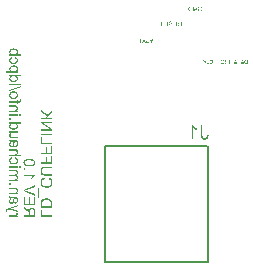
<source format=gbo>
G04*
G04 #@! TF.GenerationSoftware,Altium Limited,Altium Designer,19.1.6 (110)*
G04*
G04 Layer_Color=32896*
%FSLAX25Y25*%
%MOIN*%
G70*
G01*
G75*
%ADD47C,0.00500*%
G36*
X11670Y81633D02*
X11775Y81627D01*
X11869Y81611D01*
X11953Y81594D01*
X12025Y81577D01*
X12080Y81566D01*
X12097Y81560D01*
X12113Y81555D01*
X12119Y81549D01*
X12125D01*
X12219Y81516D01*
X12308Y81477D01*
X12386Y81438D01*
X12452Y81400D01*
X12502Y81366D01*
X12541Y81339D01*
X12569Y81322D01*
X12574Y81316D01*
X12641Y81261D01*
X12702Y81194D01*
X12752Y81133D01*
X12791Y81072D01*
X12824Y81022D01*
X12852Y80978D01*
X12863Y80950D01*
X12868Y80939D01*
X12902Y80856D01*
X12929Y80767D01*
X12946Y80684D01*
X12963Y80611D01*
X12968Y80550D01*
X12974Y80501D01*
Y80456D01*
X12968Y80373D01*
X12957Y80290D01*
X12941Y80212D01*
X12913Y80140D01*
X12857Y80012D01*
X12785Y79901D01*
X12752Y79857D01*
X12719Y79812D01*
X12685Y79779D01*
X12657Y79751D01*
X12630Y79724D01*
X12613Y79707D01*
X12602Y79701D01*
X12596Y79696D01*
X13967D01*
Y79224D01*
X10127D01*
Y79662D01*
X10476D01*
X10404Y79718D01*
X10343Y79773D01*
X10288Y79835D01*
X10238Y79901D01*
X10199Y79962D01*
X10165Y80029D01*
X10138Y80090D01*
X10115Y80151D01*
X10088Y80262D01*
X10077Y80312D01*
X10071Y80351D01*
Y80384D01*
X10066Y80412D01*
Y80434D01*
X10071Y80523D01*
X10082Y80611D01*
X10099Y80695D01*
X10127Y80772D01*
X10188Y80922D01*
X10227Y80983D01*
X10260Y81044D01*
X10299Y81100D01*
X10332Y81144D01*
X10365Y81183D01*
X10393Y81222D01*
X10421Y81250D01*
X10437Y81266D01*
X10448Y81278D01*
X10454Y81283D01*
X10532Y81344D01*
X10615Y81400D01*
X10698Y81450D01*
X10793Y81488D01*
X10881Y81522D01*
X10976Y81549D01*
X11153Y81594D01*
X11237Y81611D01*
X11314Y81622D01*
X11381Y81627D01*
X11442Y81633D01*
X11492Y81638D01*
X11525D01*
X11553D01*
X11558D01*
X11670Y81633D01*
D02*
G37*
G36*
X11148Y78364D02*
X11026Y78342D01*
X10915Y78308D01*
X10826Y78264D01*
X10754Y78225D01*
X10693Y78186D01*
X10654Y78153D01*
X10626Y78136D01*
X10621Y78125D01*
X10565Y78053D01*
X10526Y77975D01*
X10493Y77898D01*
X10476Y77825D01*
X10465Y77764D01*
X10460Y77709D01*
X10454Y77675D01*
Y77664D01*
X10460Y77603D01*
X10465Y77542D01*
X10493Y77431D01*
X10532Y77337D01*
X10582Y77254D01*
X10626Y77193D01*
X10665Y77143D01*
X10693Y77115D01*
X10704Y77104D01*
X10754Y77065D01*
X10815Y77032D01*
X10937Y76982D01*
X11076Y76943D01*
X11209Y76921D01*
X11331Y76904D01*
X11381Y76898D01*
X11431D01*
X11464Y76893D01*
X11497D01*
X11514D01*
X11520D01*
X11620D01*
X11714Y76904D01*
X11803Y76915D01*
X11880Y76926D01*
X11953Y76943D01*
X12019Y76965D01*
X12080Y76982D01*
X12136Y77004D01*
X12180Y77026D01*
X12219Y77043D01*
X12252Y77065D01*
X12280Y77082D01*
X12302Y77093D01*
X12319Y77104D01*
X12324Y77115D01*
X12330D01*
X12374Y77159D01*
X12413Y77204D01*
X12480Y77298D01*
X12524Y77398D01*
X12552Y77487D01*
X12574Y77570D01*
X12580Y77631D01*
X12585Y77659D01*
Y77692D01*
X12580Y77775D01*
X12563Y77853D01*
X12541Y77920D01*
X12513Y77981D01*
X12485Y78025D01*
X12463Y78064D01*
X12447Y78086D01*
X12441Y78092D01*
X12386Y78147D01*
X12319Y78197D01*
X12247Y78242D01*
X12180Y78269D01*
X12119Y78297D01*
X12069Y78314D01*
X12036Y78319D01*
X12030Y78325D01*
X12025D01*
X12097Y78786D01*
X12247Y78747D01*
X12374Y78691D01*
X12485Y78630D01*
X12574Y78569D01*
X12646Y78508D01*
X12696Y78458D01*
X12730Y78425D01*
X12741Y78419D01*
Y78414D01*
X12818Y78297D01*
X12874Y78175D01*
X12918Y78053D01*
X12946Y77936D01*
X12963Y77831D01*
X12968Y77786D01*
Y77753D01*
X12974Y77720D01*
Y77675D01*
X12968Y77542D01*
X12946Y77420D01*
X12918Y77304D01*
X12890Y77209D01*
X12857Y77126D01*
X12841Y77093D01*
X12830Y77065D01*
X12818Y77043D01*
X12807Y77026D01*
X12802Y77015D01*
Y77009D01*
X12735Y76904D01*
X12652Y76810D01*
X12569Y76732D01*
X12485Y76665D01*
X12413Y76616D01*
X12352Y76582D01*
X12330Y76571D01*
X12313Y76560D01*
X12302Y76554D01*
X12297D01*
X12163Y76504D01*
X12030Y76471D01*
X11897Y76443D01*
X11775Y76427D01*
X11720Y76421D01*
X11670Y76416D01*
X11625D01*
X11586Y76410D01*
X11553D01*
X11531D01*
X11514D01*
X11509D01*
X11381Y76416D01*
X11264Y76427D01*
X11148Y76443D01*
X11048Y76466D01*
X10948Y76488D01*
X10865Y76521D01*
X10781Y76549D01*
X10709Y76582D01*
X10648Y76616D01*
X10593Y76643D01*
X10543Y76676D01*
X10504Y76699D01*
X10476Y76721D01*
X10454Y76738D01*
X10443Y76749D01*
X10437Y76754D01*
X10371Y76821D01*
X10315Y76893D01*
X10265Y76965D01*
X10221Y77043D01*
X10188Y77121D01*
X10154Y77193D01*
X10110Y77342D01*
X10099Y77409D01*
X10088Y77470D01*
X10077Y77526D01*
X10071Y77576D01*
X10066Y77614D01*
Y77670D01*
X10071Y77753D01*
X10077Y77837D01*
X10110Y77981D01*
X10149Y78114D01*
X10199Y78225D01*
X10227Y78269D01*
X10249Y78314D01*
X10271Y78353D01*
X10293Y78380D01*
X10310Y78403D01*
X10321Y78419D01*
X10326Y78430D01*
X10332Y78436D01*
X10387Y78491D01*
X10443Y78541D01*
X10565Y78630D01*
X10693Y78702D01*
X10809Y78752D01*
X10920Y78791D01*
X10965Y78802D01*
X11009Y78813D01*
X11042Y78819D01*
X11065Y78824D01*
X11081Y78830D01*
X11087D01*
X11148Y78364D01*
D02*
G37*
G36*
X11681Y75972D02*
X11819Y75955D01*
X11942Y75933D01*
X12053Y75905D01*
X12141Y75877D01*
X12180Y75866D01*
X12213Y75855D01*
X12236Y75844D01*
X12252Y75839D01*
X12263Y75833D01*
X12269D01*
X12386Y75777D01*
X12491Y75711D01*
X12580Y75644D01*
X12652Y75578D01*
X12707Y75517D01*
X12752Y75467D01*
X12774Y75433D01*
X12785Y75428D01*
Y75422D01*
X12846Y75317D01*
X12896Y75211D01*
X12929Y75106D01*
X12952Y75006D01*
X12963Y74923D01*
X12968Y74884D01*
X12974Y74856D01*
Y74795D01*
X12968Y74695D01*
X12957Y74606D01*
X12941Y74529D01*
X12918Y74462D01*
X12896Y74407D01*
X12879Y74362D01*
X12868Y74340D01*
X12863Y74329D01*
X12818Y74262D01*
X12768Y74196D01*
X12719Y74140D01*
X12663Y74090D01*
X12619Y74046D01*
X12580Y74018D01*
X12558Y73996D01*
X12546Y73990D01*
X12913D01*
Y73563D01*
X9061D01*
Y74035D01*
X10415D01*
X10360Y74079D01*
X10310Y74129D01*
X10265Y74185D01*
X10232Y74229D01*
X10199Y74273D01*
X10177Y74307D01*
X10165Y74334D01*
X10160Y74340D01*
X10127Y74412D01*
X10104Y74484D01*
X10088Y74556D01*
X10077Y74623D01*
X10071Y74678D01*
X10066Y74723D01*
Y74762D01*
X10071Y74878D01*
X10093Y74995D01*
X10121Y75095D01*
X10154Y75189D01*
X10188Y75267D01*
X10215Y75322D01*
X10227Y75345D01*
X10238Y75361D01*
X10243Y75367D01*
Y75372D01*
X10321Y75478D01*
X10404Y75567D01*
X10487Y75644D01*
X10571Y75705D01*
X10648Y75755D01*
X10709Y75794D01*
X10732Y75805D01*
X10748Y75816D01*
X10759Y75822D01*
X10765D01*
X10898Y75872D01*
X11031Y75911D01*
X11159Y75938D01*
X11281Y75961D01*
X11381Y75972D01*
X11425D01*
X11464Y75977D01*
X11497D01*
X11520D01*
X11531D01*
X11536D01*
X11681Y75972D01*
D02*
G37*
G36*
X13967Y72342D02*
X12591D01*
X12652Y72292D01*
X12702Y72237D01*
X12752Y72187D01*
X12791Y72131D01*
X12818Y72087D01*
X12846Y72053D01*
X12857Y72031D01*
X12863Y72020D01*
X12902Y71948D01*
X12929Y71870D01*
X12946Y71793D01*
X12963Y71720D01*
X12968Y71659D01*
X12974Y71615D01*
Y71570D01*
X12968Y71448D01*
X12946Y71332D01*
X12918Y71226D01*
X12885Y71138D01*
X12846Y71060D01*
X12818Y71004D01*
X12807Y70982D01*
X12796Y70966D01*
X12791Y70960D01*
Y70955D01*
X12719Y70855D01*
X12630Y70771D01*
X12546Y70699D01*
X12463Y70644D01*
X12386Y70599D01*
X12324Y70566D01*
X12302Y70555D01*
X12286Y70544D01*
X12274Y70538D01*
X12269D01*
X12141Y70494D01*
X12008Y70460D01*
X11880Y70433D01*
X11764Y70416D01*
X11664Y70405D01*
X11620D01*
X11586Y70399D01*
X11553D01*
X11531D01*
X11520D01*
X11514D01*
X11359Y70405D01*
X11214Y70422D01*
X11087Y70449D01*
X10976Y70477D01*
X10926Y70488D01*
X10887Y70499D01*
X10848Y70516D01*
X10815Y70527D01*
X10793Y70538D01*
X10776Y70544D01*
X10765Y70549D01*
X10759D01*
X10643Y70610D01*
X10543Y70683D01*
X10454Y70755D01*
X10382Y70827D01*
X10326Y70888D01*
X10282Y70938D01*
X10260Y70971D01*
X10249Y70977D01*
Y70982D01*
X10188Y71088D01*
X10143Y71193D01*
X10110Y71299D01*
X10088Y71393D01*
X10077Y71471D01*
X10071Y71537D01*
X10066Y71559D01*
Y71593D01*
X10071Y71687D01*
X10082Y71776D01*
X10104Y71859D01*
X10132Y71931D01*
X10160Y72003D01*
X10193Y72070D01*
X10232Y72126D01*
X10271Y72176D01*
X10310Y72225D01*
X10349Y72264D01*
X10382Y72298D01*
X10410Y72325D01*
X10437Y72347D01*
X10460Y72364D01*
X10471Y72370D01*
X10476Y72375D01*
X10127D01*
Y72814D01*
X13967D01*
Y72342D01*
D02*
G37*
G36*
Y69373D02*
X10127D01*
Y69845D01*
X13967D01*
Y69373D01*
D02*
G37*
G36*
X14034Y68651D02*
X10060Y67536D01*
Y67913D01*
X14034Y69029D01*
Y68651D01*
D02*
G37*
G36*
X11681Y67330D02*
X11792Y67319D01*
X11897Y67303D01*
X11997Y67280D01*
X12091Y67253D01*
X12175Y67219D01*
X12258Y67186D01*
X12324Y67153D01*
X12386Y67119D01*
X12441Y67086D01*
X12491Y67053D01*
X12530Y67025D01*
X12558Y67003D01*
X12580Y66986D01*
X12591Y66975D01*
X12596Y66970D01*
X12663Y66897D01*
X12719Y66825D01*
X12774Y66748D01*
X12813Y66670D01*
X12852Y66592D01*
X12879Y66514D01*
X12929Y66365D01*
X12941Y66293D01*
X12952Y66231D01*
X12963Y66176D01*
X12968Y66126D01*
X12974Y66087D01*
Y66032D01*
X12968Y65937D01*
X12963Y65848D01*
X12924Y65676D01*
X12874Y65527D01*
X12846Y65460D01*
X12818Y65399D01*
X12791Y65343D01*
X12763Y65299D01*
X12735Y65255D01*
X12713Y65221D01*
X12691Y65194D01*
X12674Y65171D01*
X12668Y65160D01*
X12663Y65155D01*
X12591Y65077D01*
X12508Y65016D01*
X12419Y64955D01*
X12330Y64911D01*
X12236Y64866D01*
X12136Y64833D01*
X12041Y64805D01*
X11953Y64783D01*
X11864Y64761D01*
X11786Y64750D01*
X11708Y64739D01*
X11647Y64733D01*
X11592D01*
X11553Y64727D01*
X11531D01*
X11520D01*
X11392Y64733D01*
X11270Y64744D01*
X11159Y64761D01*
X11054Y64783D01*
X10959Y64811D01*
X10870Y64838D01*
X10787Y64872D01*
X10715Y64905D01*
X10648Y64938D01*
X10593Y64972D01*
X10548Y64999D01*
X10510Y65027D01*
X10476Y65049D01*
X10454Y65066D01*
X10443Y65077D01*
X10437Y65083D01*
X10371Y65155D01*
X10315Y65227D01*
X10265Y65305D01*
X10221Y65382D01*
X10188Y65460D01*
X10154Y65543D01*
X10110Y65693D01*
X10099Y65760D01*
X10088Y65826D01*
X10077Y65882D01*
X10071Y65932D01*
X10066Y65976D01*
Y66032D01*
X10071Y66165D01*
X10093Y66287D01*
X10121Y66404D01*
X10149Y66498D01*
X10182Y66581D01*
X10193Y66614D01*
X10204Y66642D01*
X10215Y66670D01*
X10227Y66686D01*
X10232Y66692D01*
Y66698D01*
X10304Y66809D01*
X10382Y66903D01*
X10460Y66986D01*
X10537Y67053D01*
X10604Y67103D01*
X10659Y67142D01*
X10682Y67153D01*
X10698Y67164D01*
X10704Y67169D01*
X10709D01*
X10837Y67225D01*
X10976Y67264D01*
X11114Y67297D01*
X11253Y67314D01*
X11314Y67325D01*
X11370D01*
X11425Y67330D01*
X11470Y67336D01*
X11509D01*
X11536D01*
X11553D01*
X11558D01*
X11681Y67330D01*
D02*
G37*
G36*
X14001Y64644D02*
X14012Y64566D01*
X14023Y64489D01*
X14028Y64422D01*
X14034Y64372D01*
Y64294D01*
X14028Y64183D01*
X14017Y64089D01*
X13995Y64006D01*
X13978Y63939D01*
X13956Y63884D01*
X13934Y63845D01*
X13923Y63817D01*
X13917Y63812D01*
X13873Y63751D01*
X13823Y63701D01*
X13773Y63662D01*
X13729Y63629D01*
X13690Y63601D01*
X13656Y63584D01*
X13629Y63578D01*
X13623Y63573D01*
X13568Y63556D01*
X13501Y63545D01*
X13429Y63534D01*
X13362Y63529D01*
X13301D01*
X13251Y63523D01*
X13218D01*
X13212D01*
X13207D01*
X12913D01*
Y63107D01*
X12546D01*
Y63523D01*
X10127D01*
Y63995D01*
X12546D01*
Y64533D01*
X12913D01*
Y63995D01*
X13168D01*
X13257Y64000D01*
X13329Y64011D01*
X13385Y64022D01*
X13429Y64039D01*
X13468Y64056D01*
X13490Y64073D01*
X13501Y64078D01*
X13507Y64084D01*
X13540Y64122D01*
X13562Y64167D01*
X13579Y64217D01*
X13590Y64267D01*
X13595Y64311D01*
X13601Y64350D01*
Y64383D01*
X13595Y64483D01*
X13590Y64528D01*
Y64572D01*
X13584Y64611D01*
X13579Y64639D01*
X13573Y64655D01*
Y64661D01*
X13984Y64733D01*
X14001Y64644D01*
D02*
G37*
G36*
X12047Y62679D02*
X12125Y62674D01*
X12191D01*
X12236Y62668D01*
X12269Y62663D01*
X12291Y62657D01*
X12297D01*
X12369Y62641D01*
X12435Y62613D01*
X12491Y62591D01*
X12546Y62568D01*
X12585Y62541D01*
X12613Y62524D01*
X12635Y62513D01*
X12641Y62507D01*
X12696Y62463D01*
X12741Y62413D01*
X12785Y62363D01*
X12818Y62308D01*
X12846Y62263D01*
X12863Y62224D01*
X12874Y62202D01*
X12879Y62191D01*
X12913Y62113D01*
X12935Y62030D01*
X12952Y61952D01*
X12963Y61880D01*
X12968Y61819D01*
X12974Y61775D01*
Y61730D01*
X12968Y61625D01*
X12952Y61525D01*
X12929Y61436D01*
X12902Y61347D01*
X12868Y61270D01*
X12830Y61198D01*
X12785Y61131D01*
X12746Y61076D01*
X12702Y61020D01*
X12657Y60976D01*
X12619Y60937D01*
X12585Y60903D01*
X12558Y60881D01*
X12535Y60865D01*
X12519Y60853D01*
X12513Y60848D01*
X12913D01*
Y60426D01*
X10127D01*
Y60898D01*
X11642D01*
X11736D01*
X11830Y60909D01*
X11908Y60920D01*
X11980Y60931D01*
X12047Y60948D01*
X12108Y60965D01*
X12163Y60987D01*
X12208Y61009D01*
X12247Y61026D01*
X12280Y61048D01*
X12308Y61064D01*
X12330Y61081D01*
X12358Y61103D01*
X12369Y61114D01*
X12435Y61198D01*
X12480Y61286D01*
X12513Y61375D01*
X12541Y61453D01*
X12552Y61525D01*
X12558Y61580D01*
X12563Y61603D01*
Y61630D01*
X12558Y61697D01*
X12552Y61764D01*
X12535Y61819D01*
X12519Y61864D01*
X12502Y61902D01*
X12491Y61936D01*
X12480Y61952D01*
X12474Y61958D01*
X12441Y62008D01*
X12402Y62052D01*
X12363Y62086D01*
X12330Y62113D01*
X12297Y62130D01*
X12269Y62147D01*
X12252Y62158D01*
X12247D01*
X12186Y62174D01*
X12119Y62191D01*
X12047Y62202D01*
X11975Y62208D01*
X11914Y62213D01*
X11864D01*
X11825D01*
X11819D01*
X11814D01*
X10127D01*
Y62685D01*
X11836D01*
X11953D01*
X12047Y62679D01*
D02*
G37*
G36*
X13967Y59233D02*
X13429D01*
Y59705D01*
X13967D01*
Y59233D01*
D02*
G37*
G36*
X12913D02*
X10127D01*
Y59705D01*
X12913D01*
Y59233D01*
D02*
G37*
G36*
X22841Y59499D02*
X24400Y61109D01*
Y60415D01*
X22491Y58517D01*
X24400D01*
Y58006D01*
X20560D01*
Y58517D01*
X21892D01*
X22497Y59144D01*
X20560Y60509D01*
Y61181D01*
X22841Y59499D01*
D02*
G37*
G36*
X10665Y57873D02*
X10127D01*
Y58412D01*
X10665D01*
Y57873D01*
D02*
G37*
G36*
X13967Y56519D02*
X12591D01*
X12652Y56469D01*
X12702Y56414D01*
X12752Y56363D01*
X12791Y56308D01*
X12818Y56264D01*
X12846Y56230D01*
X12857Y56208D01*
X12863Y56197D01*
X12902Y56125D01*
X12929Y56047D01*
X12946Y55970D01*
X12963Y55897D01*
X12968Y55836D01*
X12974Y55792D01*
Y55747D01*
X12968Y55625D01*
X12946Y55509D01*
X12918Y55403D01*
X12885Y55315D01*
X12846Y55237D01*
X12818Y55181D01*
X12807Y55159D01*
X12796Y55142D01*
X12791Y55137D01*
Y55131D01*
X12719Y55032D01*
X12630Y54948D01*
X12546Y54876D01*
X12463Y54821D01*
X12386Y54776D01*
X12324Y54743D01*
X12302Y54732D01*
X12286Y54721D01*
X12274Y54715D01*
X12269D01*
X12141Y54671D01*
X12008Y54637D01*
X11880Y54610D01*
X11764Y54593D01*
X11664Y54582D01*
X11620D01*
X11586Y54576D01*
X11553D01*
X11531D01*
X11520D01*
X11514D01*
X11359Y54582D01*
X11214Y54599D01*
X11087Y54626D01*
X10976Y54654D01*
X10926Y54665D01*
X10887Y54676D01*
X10848Y54693D01*
X10815Y54704D01*
X10793Y54715D01*
X10776Y54721D01*
X10765Y54726D01*
X10759D01*
X10643Y54787D01*
X10543Y54860D01*
X10454Y54932D01*
X10382Y55004D01*
X10326Y55065D01*
X10282Y55115D01*
X10260Y55148D01*
X10249Y55154D01*
Y55159D01*
X10188Y55265D01*
X10143Y55370D01*
X10110Y55475D01*
X10088Y55570D01*
X10077Y55648D01*
X10071Y55714D01*
X10066Y55736D01*
Y55770D01*
X10071Y55864D01*
X10082Y55953D01*
X10104Y56036D01*
X10132Y56108D01*
X10160Y56180D01*
X10193Y56247D01*
X10232Y56302D01*
X10271Y56352D01*
X10310Y56402D01*
X10349Y56441D01*
X10382Y56475D01*
X10410Y56502D01*
X10437Y56524D01*
X10460Y56541D01*
X10471Y56547D01*
X10476Y56552D01*
X10127D01*
Y56991D01*
X13967D01*
Y56519D01*
D02*
G37*
G36*
X24400Y56685D02*
X21381D01*
X24400Y54671D01*
Y54149D01*
X20560D01*
Y54637D01*
X23573D01*
X20560Y56647D01*
Y57174D01*
X24400D01*
Y56685D01*
D02*
G37*
G36*
Y52745D02*
X20560D01*
Y53255D01*
X24400D01*
Y52745D01*
D02*
G37*
G36*
X12913Y53544D02*
X11420D01*
X11292Y53539D01*
X11181Y53533D01*
X11087Y53522D01*
X11009Y53505D01*
X10948Y53489D01*
X10904Y53478D01*
X10881Y53472D01*
X10870Y53466D01*
X10804Y53433D01*
X10748Y53394D01*
X10698Y53350D01*
X10654Y53306D01*
X10621Y53267D01*
X10598Y53233D01*
X10582Y53211D01*
X10576Y53200D01*
X10543Y53128D01*
X10515Y53056D01*
X10498Y52989D01*
X10482Y52928D01*
X10476Y52878D01*
X10471Y52839D01*
Y52800D01*
X10476Y52723D01*
X10487Y52656D01*
X10504Y52595D01*
X10526Y52545D01*
X10543Y52501D01*
X10560Y52473D01*
X10571Y52451D01*
X10576Y52445D01*
X10621Y52395D01*
X10665Y52356D01*
X10715Y52323D01*
X10759Y52295D01*
X10804Y52279D01*
X10837Y52268D01*
X10859Y52257D01*
X10865D01*
X10926Y52245D01*
X10998Y52240D01*
X11081Y52234D01*
X11164D01*
X11242Y52229D01*
X11303D01*
X11331D01*
X11348D01*
X11359D01*
X11364D01*
X12913D01*
Y51757D01*
X11187D01*
X11081D01*
X10987Y51763D01*
X10915Y51768D01*
X10848Y51774D01*
X10804D01*
X10770Y51779D01*
X10748Y51785D01*
X10743D01*
X10671Y51801D01*
X10604Y51824D01*
X10543Y51846D01*
X10493Y51874D01*
X10448Y51896D01*
X10421Y51912D01*
X10399Y51924D01*
X10393Y51929D01*
X10343Y51973D01*
X10299Y52023D01*
X10260Y52073D01*
X10227Y52129D01*
X10199Y52173D01*
X10177Y52212D01*
X10165Y52234D01*
X10160Y52245D01*
X10127Y52329D01*
X10104Y52406D01*
X10088Y52484D01*
X10077Y52556D01*
X10071Y52617D01*
X10066Y52667D01*
Y52706D01*
X10071Y52806D01*
X10088Y52906D01*
X10110Y52995D01*
X10138Y53083D01*
X10177Y53161D01*
X10215Y53233D01*
X10254Y53300D01*
X10299Y53361D01*
X10343Y53417D01*
X10382Y53461D01*
X10426Y53500D01*
X10460Y53533D01*
X10487Y53561D01*
X10510Y53577D01*
X10526Y53588D01*
X10532Y53594D01*
X10127D01*
Y54016D01*
X12913D01*
Y53544D01*
D02*
G37*
G36*
X21015Y50164D02*
X24400D01*
Y49654D01*
X20560D01*
Y52057D01*
X21015D01*
Y50164D01*
D02*
G37*
G36*
X10188Y51158D02*
X10249Y51130D01*
X10304Y51108D01*
X10354Y51097D01*
X10399Y51080D01*
X10432Y51074D01*
X10454Y51069D01*
X10460D01*
X10498Y51063D01*
X10548Y51058D01*
X10604D01*
X10665Y51052D01*
X10804Y51047D01*
X10943D01*
X11076Y51041D01*
X11137D01*
X11187D01*
X11231D01*
X11264D01*
X11287D01*
X11292D01*
X11925D01*
X12030D01*
X12125Y51035D01*
X12197Y51030D01*
X12258D01*
X12302Y51024D01*
X12336Y51019D01*
X12352Y51013D01*
X12358D01*
X12430Y50997D01*
X12491Y50975D01*
X12541Y50952D01*
X12591Y50924D01*
X12624Y50902D01*
X12652Y50886D01*
X12668Y50875D01*
X12674Y50869D01*
X12719Y50825D01*
X12763Y50775D01*
X12796Y50719D01*
X12830Y50664D01*
X12852Y50614D01*
X12868Y50575D01*
X12879Y50547D01*
X12885Y50536D01*
X12913Y50447D01*
X12935Y50353D01*
X12952Y50258D01*
X12963Y50164D01*
X12968Y50081D01*
X12974Y50020D01*
Y49959D01*
X12968Y49826D01*
X12957Y49709D01*
X12941Y49598D01*
X12924Y49509D01*
X12907Y49432D01*
X12890Y49376D01*
X12885Y49354D01*
X12879Y49337D01*
X12874Y49332D01*
Y49326D01*
X12835Y49232D01*
X12785Y49148D01*
X12741Y49076D01*
X12696Y49015D01*
X12652Y48971D01*
X12619Y48938D01*
X12596Y48915D01*
X12591Y48910D01*
X12519Y48860D01*
X12441Y48816D01*
X12363Y48782D01*
X12291Y48755D01*
X12219Y48732D01*
X12169Y48716D01*
X12147Y48710D01*
X12130D01*
X12125Y48704D01*
X12119D01*
X12058Y49165D01*
X12158Y49198D01*
X12247Y49232D01*
X12319Y49271D01*
X12374Y49304D01*
X12419Y49337D01*
X12447Y49365D01*
X12463Y49387D01*
X12469Y49393D01*
X12508Y49459D01*
X12535Y49537D01*
X12558Y49620D01*
X12569Y49698D01*
X12580Y49776D01*
X12585Y49831D01*
Y49887D01*
X12580Y50014D01*
X12563Y50125D01*
X12535Y50214D01*
X12508Y50292D01*
X12474Y50347D01*
X12452Y50392D01*
X12430Y50419D01*
X12424Y50425D01*
X12374Y50469D01*
X12313Y50503D01*
X12247Y50530D01*
X12180Y50547D01*
X12119Y50558D01*
X12064Y50564D01*
X12030D01*
X12025D01*
X12019D01*
X12008D01*
X11986D01*
X11947D01*
X11914Y50558D01*
X11903D01*
X11897D01*
X11880Y50503D01*
X11864Y50442D01*
X11830Y50314D01*
X11803Y50170D01*
X11775Y50037D01*
X11764Y49970D01*
X11758Y49909D01*
X11747Y49853D01*
X11742Y49809D01*
X11736Y49770D01*
Y49742D01*
X11731Y49720D01*
Y49715D01*
X11720Y49615D01*
X11703Y49531D01*
X11692Y49459D01*
X11681Y49404D01*
X11675Y49359D01*
X11664Y49326D01*
X11658Y49304D01*
Y49298D01*
X11636Y49226D01*
X11614Y49165D01*
X11586Y49104D01*
X11564Y49054D01*
X11542Y49010D01*
X11520Y48982D01*
X11509Y48960D01*
X11503Y48954D01*
X11464Y48899D01*
X11420Y48854D01*
X11375Y48810D01*
X11331Y48777D01*
X11292Y48749D01*
X11259Y48727D01*
X11237Y48716D01*
X11231Y48710D01*
X11170Y48682D01*
X11103Y48660D01*
X11042Y48643D01*
X10981Y48632D01*
X10931Y48627D01*
X10892Y48621D01*
X10870D01*
X10859D01*
X10793Y48627D01*
X10737Y48632D01*
X10621Y48660D01*
X10526Y48699D01*
X10443Y48743D01*
X10376Y48788D01*
X10326Y48827D01*
X10299Y48854D01*
X10288Y48866D01*
X10215Y48965D01*
X10160Y49076D01*
X10121Y49198D01*
X10093Y49310D01*
X10077Y49409D01*
X10071Y49454D01*
Y49493D01*
X10066Y49526D01*
Y49570D01*
X10071Y49670D01*
X10082Y49770D01*
X10093Y49859D01*
X10110Y49937D01*
X10127Y49998D01*
X10143Y50048D01*
X10149Y50081D01*
X10154Y50092D01*
X10193Y50186D01*
X10243Y50275D01*
X10299Y50358D01*
X10349Y50442D01*
X10399Y50508D01*
X10437Y50558D01*
X10465Y50591D01*
X10476Y50597D01*
Y50603D01*
X10404Y50614D01*
X10338Y50625D01*
X10277Y50636D01*
X10227Y50653D01*
X10182Y50669D01*
X10154Y50680D01*
X10132Y50686D01*
X10127Y50691D01*
Y51185D01*
X10188Y51158D01*
D02*
G37*
G36*
X24400Y46418D02*
X20560D01*
Y46929D01*
X22302D01*
Y48732D01*
X22757D01*
Y46929D01*
X23945D01*
Y49015D01*
X24400D01*
Y46418D01*
D02*
G37*
G36*
X12030Y48050D02*
X12158Y48039D01*
X12263Y48022D01*
X12352Y48005D01*
X12424Y47989D01*
X12474Y47972D01*
X12502Y47961D01*
X12513Y47955D01*
X12591Y47911D01*
X12657Y47861D01*
X12713Y47805D01*
X12763Y47756D01*
X12802Y47706D01*
X12830Y47667D01*
X12846Y47639D01*
X12852Y47628D01*
X12890Y47539D01*
X12924Y47450D01*
X12946Y47361D01*
X12957Y47278D01*
X12968Y47206D01*
X12974Y47145D01*
Y47095D01*
X12968Y47006D01*
X12957Y46917D01*
X12941Y46834D01*
X12913Y46757D01*
X12852Y46612D01*
X12818Y46551D01*
X12785Y46496D01*
X12746Y46446D01*
X12713Y46396D01*
X12680Y46357D01*
X12652Y46329D01*
X12624Y46301D01*
X12607Y46285D01*
X12596Y46274D01*
X12591Y46268D01*
X13967D01*
Y45796D01*
X10127D01*
Y46268D01*
X11647D01*
X11764Y46274D01*
X11864Y46279D01*
X11953Y46290D01*
X12025Y46307D01*
X12080Y46324D01*
X12125Y46335D01*
X12147Y46340D01*
X12158Y46346D01*
X12224Y46379D01*
X12286Y46418D01*
X12336Y46462D01*
X12380Y46507D01*
X12413Y46546D01*
X12435Y46579D01*
X12452Y46601D01*
X12458Y46607D01*
X12496Y46679D01*
X12524Y46745D01*
X12541Y46812D01*
X12558Y46867D01*
X12563Y46923D01*
X12569Y46962D01*
Y46995D01*
X12563Y47095D01*
X12541Y47184D01*
X12519Y47256D01*
X12485Y47317D01*
X12458Y47367D01*
X12430Y47400D01*
X12408Y47423D01*
X12402Y47428D01*
X12336Y47478D01*
X12252Y47517D01*
X12169Y47545D01*
X12086Y47567D01*
X12008Y47578D01*
X11947Y47583D01*
X11925D01*
X11908D01*
X11897D01*
X11891D01*
X10127D01*
Y48055D01*
X11886D01*
X12030Y48050D01*
D02*
G37*
G36*
X24400Y43138D02*
X20560D01*
Y43648D01*
X22302D01*
Y45452D01*
X22757D01*
Y43648D01*
X23945D01*
Y45735D01*
X24400D01*
Y43138D01*
D02*
G37*
G36*
X11148Y44925D02*
X11026Y44903D01*
X10915Y44870D01*
X10826Y44825D01*
X10754Y44786D01*
X10693Y44747D01*
X10654Y44714D01*
X10626Y44697D01*
X10621Y44686D01*
X10565Y44614D01*
X10526Y44537D01*
X10493Y44459D01*
X10476Y44387D01*
X10465Y44326D01*
X10460Y44270D01*
X10454Y44237D01*
Y44226D01*
X10460Y44165D01*
X10465Y44104D01*
X10493Y43993D01*
X10532Y43898D01*
X10582Y43815D01*
X10626Y43754D01*
X10665Y43704D01*
X10693Y43676D01*
X10704Y43665D01*
X10754Y43626D01*
X10815Y43593D01*
X10937Y43543D01*
X11076Y43504D01*
X11209Y43482D01*
X11331Y43465D01*
X11381Y43460D01*
X11431D01*
X11464Y43454D01*
X11497D01*
X11514D01*
X11520D01*
X11620D01*
X11714Y43465D01*
X11803Y43476D01*
X11880Y43488D01*
X11953Y43504D01*
X12019Y43526D01*
X12080Y43543D01*
X12136Y43565D01*
X12180Y43587D01*
X12219Y43604D01*
X12252Y43626D01*
X12280Y43643D01*
X12302Y43654D01*
X12319Y43665D01*
X12324Y43676D01*
X12330D01*
X12374Y43721D01*
X12413Y43765D01*
X12480Y43859D01*
X12524Y43959D01*
X12552Y44048D01*
X12574Y44131D01*
X12580Y44192D01*
X12585Y44220D01*
Y44253D01*
X12580Y44337D01*
X12563Y44414D01*
X12541Y44481D01*
X12513Y44542D01*
X12485Y44586D01*
X12463Y44625D01*
X12447Y44647D01*
X12441Y44653D01*
X12386Y44708D01*
X12319Y44758D01*
X12247Y44803D01*
X12180Y44831D01*
X12119Y44858D01*
X12069Y44875D01*
X12036Y44881D01*
X12030Y44886D01*
X12025D01*
X12097Y45347D01*
X12247Y45308D01*
X12374Y45252D01*
X12485Y45191D01*
X12574Y45130D01*
X12646Y45069D01*
X12696Y45019D01*
X12730Y44986D01*
X12741Y44980D01*
Y44975D01*
X12818Y44858D01*
X12874Y44736D01*
X12918Y44614D01*
X12946Y44498D01*
X12963Y44392D01*
X12968Y44348D01*
Y44315D01*
X12974Y44281D01*
Y44237D01*
X12968Y44104D01*
X12946Y43982D01*
X12918Y43865D01*
X12890Y43771D01*
X12857Y43687D01*
X12841Y43654D01*
X12830Y43626D01*
X12818Y43604D01*
X12807Y43587D01*
X12802Y43576D01*
Y43571D01*
X12735Y43465D01*
X12652Y43371D01*
X12569Y43293D01*
X12485Y43227D01*
X12413Y43177D01*
X12352Y43143D01*
X12330Y43132D01*
X12313Y43121D01*
X12302Y43116D01*
X12297D01*
X12163Y43066D01*
X12030Y43032D01*
X11897Y43005D01*
X11775Y42988D01*
X11720Y42983D01*
X11670Y42977D01*
X11625D01*
X11586Y42971D01*
X11553D01*
X11531D01*
X11514D01*
X11509D01*
X11381Y42977D01*
X11264Y42988D01*
X11148Y43005D01*
X11048Y43027D01*
X10948Y43049D01*
X10865Y43082D01*
X10781Y43110D01*
X10709Y43143D01*
X10648Y43177D01*
X10593Y43205D01*
X10543Y43238D01*
X10504Y43260D01*
X10476Y43282D01*
X10454Y43299D01*
X10443Y43310D01*
X10437Y43316D01*
X10371Y43382D01*
X10315Y43454D01*
X10265Y43526D01*
X10221Y43604D01*
X10188Y43682D01*
X10154Y43754D01*
X10110Y43904D01*
X10099Y43970D01*
X10088Y44031D01*
X10077Y44087D01*
X10071Y44137D01*
X10066Y44176D01*
Y44231D01*
X10071Y44315D01*
X10077Y44398D01*
X10110Y44542D01*
X10149Y44675D01*
X10199Y44786D01*
X10227Y44831D01*
X10249Y44875D01*
X10271Y44914D01*
X10293Y44942D01*
X10310Y44964D01*
X10321Y44980D01*
X10326Y44992D01*
X10332Y44997D01*
X10387Y45053D01*
X10443Y45103D01*
X10565Y45191D01*
X10693Y45263D01*
X10809Y45314D01*
X10920Y45352D01*
X10965Y45363D01*
X11009Y45375D01*
X11042Y45380D01*
X11065Y45386D01*
X11081Y45391D01*
X11087D01*
X11148Y44925D01*
D02*
G37*
G36*
X16966Y44808D02*
X17055D01*
X17144Y44803D01*
X17222Y44792D01*
X17300Y44786D01*
X17366Y44781D01*
X17427Y44770D01*
X17483Y44764D01*
X17533Y44753D01*
X17571Y44747D01*
X17605Y44742D01*
X17632Y44736D01*
X17649Y44731D01*
X17660Y44725D01*
X17666D01*
X17788Y44692D01*
X17899Y44653D01*
X17993Y44609D01*
X18077Y44575D01*
X18149Y44537D01*
X18199Y44514D01*
X18226Y44492D01*
X18237Y44486D01*
X18321Y44425D01*
X18393Y44364D01*
X18454Y44298D01*
X18509Y44237D01*
X18548Y44181D01*
X18576Y44137D01*
X18593Y44109D01*
X18598Y44104D01*
Y44098D01*
X18643Y44009D01*
X18670Y43915D01*
X18692Y43826D01*
X18709Y43743D01*
X18720Y43671D01*
X18726Y43610D01*
Y43560D01*
X18715Y43410D01*
X18692Y43271D01*
X18654Y43154D01*
X18615Y43055D01*
X18570Y42971D01*
X18554Y42938D01*
X18532Y42910D01*
X18520Y42888D01*
X18509Y42871D01*
X18498Y42866D01*
Y42860D01*
X18409Y42761D01*
X18304Y42677D01*
X18199Y42605D01*
X18099Y42550D01*
X18004Y42505D01*
X17966Y42483D01*
X17927Y42472D01*
X17899Y42461D01*
X17877Y42450D01*
X17866Y42444D01*
X17860D01*
X17777Y42422D01*
X17694Y42400D01*
X17510Y42366D01*
X17327Y42339D01*
X17155Y42322D01*
X17072Y42316D01*
X17000Y42311D01*
X16933D01*
X16872Y42305D01*
X16828D01*
X16789D01*
X16767D01*
X16761D01*
X16567Y42311D01*
X16384Y42322D01*
X16217Y42339D01*
X16062Y42366D01*
X15917Y42394D01*
X15790Y42428D01*
X15673Y42461D01*
X15573Y42494D01*
X15485Y42527D01*
X15407Y42566D01*
X15340Y42594D01*
X15290Y42622D01*
X15246Y42649D01*
X15218Y42666D01*
X15202Y42677D01*
X15196Y42683D01*
X15129Y42744D01*
X15068Y42810D01*
X15013Y42883D01*
X14968Y42955D01*
X14930Y43027D01*
X14896Y43099D01*
X14874Y43171D01*
X14852Y43238D01*
X14835Y43304D01*
X14824Y43365D01*
X14813Y43421D01*
X14807Y43465D01*
X14802Y43504D01*
Y43560D01*
X14813Y43709D01*
X14835Y43848D01*
X14874Y43965D01*
X14913Y44065D01*
X14952Y44148D01*
X14974Y44176D01*
X14991Y44203D01*
X15002Y44226D01*
X15013Y44242D01*
X15024Y44248D01*
Y44253D01*
X15118Y44353D01*
X15218Y44437D01*
X15329Y44509D01*
X15429Y44564D01*
X15524Y44609D01*
X15562Y44631D01*
X15601Y44642D01*
X15629Y44653D01*
X15651Y44664D01*
X15662Y44670D01*
X15668D01*
X15751Y44697D01*
X15834Y44720D01*
X16012Y44753D01*
X16195Y44781D01*
X16373Y44797D01*
X16450Y44803D01*
X16522Y44808D01*
X16589D01*
X16650Y44814D01*
X16694D01*
X16733D01*
X16756D01*
X16761D01*
X16867D01*
X16966Y44808D01*
D02*
G37*
G36*
X13967Y41917D02*
X13429D01*
Y42389D01*
X13967D01*
Y41917D01*
D02*
G37*
G36*
X12913D02*
X10127D01*
Y42389D01*
X12913D01*
Y41917D01*
D02*
G37*
G36*
X15407Y41079D02*
X14869D01*
Y41617D01*
X15407D01*
Y41079D01*
D02*
G37*
G36*
X24400Y41756D02*
X22180D01*
X22052D01*
X21930Y41745D01*
X21825Y41734D01*
X21725Y41717D01*
X21636Y41700D01*
X21553Y41678D01*
X21481Y41662D01*
X21420Y41639D01*
X21370Y41617D01*
X21320Y41595D01*
X21287Y41573D01*
X21253Y41556D01*
X21231Y41539D01*
X21214Y41528D01*
X21209Y41523D01*
X21203Y41517D01*
X21159Y41467D01*
X21120Y41412D01*
X21059Y41290D01*
X21015Y41162D01*
X20987Y41029D01*
X20965Y40907D01*
X20959Y40857D01*
Y40807D01*
X20954Y40774D01*
Y40718D01*
X20959Y40602D01*
X20976Y40496D01*
X20992Y40396D01*
X21020Y40319D01*
X21042Y40252D01*
X21059Y40202D01*
X21076Y40174D01*
X21081Y40163D01*
X21131Y40085D01*
X21192Y40019D01*
X21253Y39963D01*
X21309Y39924D01*
X21364Y39891D01*
X21403Y39863D01*
X21431Y39852D01*
X21442Y39847D01*
X21492Y39830D01*
X21542Y39819D01*
X21658Y39797D01*
X21780Y39780D01*
X21903Y39769D01*
X22008Y39764D01*
X22058D01*
X22097Y39758D01*
X22130D01*
X22158D01*
X22175D01*
X22180D01*
X24400D01*
Y39247D01*
X22180D01*
X22069D01*
X21964Y39253D01*
X21864Y39258D01*
X21769Y39270D01*
X21686Y39281D01*
X21609Y39292D01*
X21536Y39308D01*
X21470Y39320D01*
X21409Y39331D01*
X21359Y39347D01*
X21314Y39358D01*
X21281Y39369D01*
X21253Y39380D01*
X21231Y39386D01*
X21220Y39392D01*
X21214D01*
X21092Y39453D01*
X20981Y39530D01*
X20892Y39608D01*
X20815Y39691D01*
X20754Y39764D01*
X20709Y39825D01*
X20698Y39847D01*
X20687Y39863D01*
X20676Y39875D01*
Y39880D01*
X20615Y40019D01*
X20571Y40163D01*
X20537Y40313D01*
X20515Y40452D01*
X20510Y40513D01*
X20504Y40574D01*
X20498Y40629D01*
Y40674D01*
X20493Y40712D01*
Y40762D01*
X20504Y40962D01*
X20515Y41051D01*
X20526Y41134D01*
X20543Y41218D01*
X20560Y41290D01*
X20576Y41356D01*
X20598Y41417D01*
X20621Y41473D01*
X20637Y41517D01*
X20654Y41562D01*
X20671Y41595D01*
X20687Y41623D01*
X20693Y41639D01*
X20704Y41651D01*
Y41656D01*
X20787Y41778D01*
X20881Y41878D01*
X20970Y41956D01*
X21059Y42022D01*
X21137Y42072D01*
X21198Y42106D01*
X21220Y42117D01*
X21237Y42128D01*
X21248Y42133D01*
X21253D01*
X21320Y42156D01*
X21392Y42178D01*
X21542Y42211D01*
X21697Y42233D01*
X21847Y42250D01*
X21914Y42255D01*
X21980Y42261D01*
X22036D01*
X22086Y42266D01*
X22125D01*
X22152D01*
X22175D01*
X22180D01*
X24400D01*
Y41756D01*
D02*
G37*
G36*
X18726Y39297D02*
X18632Y39242D01*
X18543Y39181D01*
X18454Y39109D01*
X18376Y39042D01*
X18310Y38975D01*
X18254Y38925D01*
X18237Y38903D01*
X18221Y38887D01*
X18215Y38881D01*
X18210Y38875D01*
X18115Y38759D01*
X18026Y38642D01*
X17949Y38531D01*
X17888Y38420D01*
X17832Y38326D01*
X17810Y38287D01*
X17793Y38254D01*
X17777Y38226D01*
X17771Y38204D01*
X17760Y38193D01*
Y38187D01*
X17305D01*
X17338Y38271D01*
X17377Y38354D01*
X17416Y38437D01*
X17455Y38515D01*
X17488Y38581D01*
X17516Y38637D01*
X17538Y38670D01*
X17544Y38676D01*
Y38681D01*
X17605Y38781D01*
X17666Y38870D01*
X17721Y38948D01*
X17771Y39009D01*
X17810Y39064D01*
X17843Y39097D01*
X17866Y39125D01*
X17871Y39131D01*
X14869D01*
Y39603D01*
X18726D01*
Y39297D01*
D02*
G37*
G36*
X12202Y41206D02*
X12280Y41195D01*
X12347Y41184D01*
X12413Y41168D01*
X12469Y41145D01*
X12519Y41129D01*
X12569Y41107D01*
X12607Y41084D01*
X12646Y41068D01*
X12696Y41029D01*
X12730Y41007D01*
X12741Y40996D01*
X12818Y40907D01*
X12874Y40801D01*
X12918Y40696D01*
X12946Y40596D01*
X12963Y40502D01*
X12968Y40463D01*
Y40424D01*
X12974Y40396D01*
Y40357D01*
X12968Y40257D01*
X12952Y40169D01*
X12929Y40080D01*
X12896Y39997D01*
X12857Y39919D01*
X12818Y39847D01*
X12774Y39786D01*
X12730Y39725D01*
X12680Y39669D01*
X12635Y39625D01*
X12596Y39586D01*
X12558Y39553D01*
X12524Y39525D01*
X12502Y39508D01*
X12485Y39497D01*
X12480Y39492D01*
X12563Y39458D01*
X12635Y39414D01*
X12696Y39364D01*
X12746Y39320D01*
X12791Y39275D01*
X12818Y39242D01*
X12835Y39220D01*
X12841Y39208D01*
X12885Y39131D01*
X12918Y39048D01*
X12941Y38964D01*
X12957Y38881D01*
X12968Y38814D01*
X12974Y38753D01*
Y38703D01*
X12968Y38603D01*
X12952Y38509D01*
X12935Y38426D01*
X12913Y38354D01*
X12885Y38293D01*
X12868Y38248D01*
X12852Y38221D01*
X12846Y38210D01*
X12796Y38132D01*
X12741Y38065D01*
X12685Y38004D01*
X12630Y37954D01*
X12585Y37915D01*
X12546Y37882D01*
X12524Y37865D01*
X12513Y37860D01*
X12913D01*
Y37438D01*
X10127D01*
Y37910D01*
X11570D01*
X11703Y37915D01*
X11819Y37921D01*
X11919Y37932D01*
X12003Y37949D01*
X12064Y37965D01*
X12108Y37976D01*
X12136Y37982D01*
X12147Y37988D01*
X12219Y38021D01*
X12280Y38060D01*
X12336Y38098D01*
X12380Y38137D01*
X12413Y38176D01*
X12435Y38204D01*
X12452Y38226D01*
X12458Y38232D01*
X12491Y38298D01*
X12519Y38359D01*
X12535Y38426D01*
X12552Y38481D01*
X12558Y38526D01*
X12563Y38565D01*
Y38598D01*
X12558Y38692D01*
X12541Y38770D01*
X12513Y38837D01*
X12485Y38887D01*
X12452Y38925D01*
X12430Y38953D01*
X12408Y38970D01*
X12402Y38975D01*
X12336Y39014D01*
X12263Y39042D01*
X12186Y39064D01*
X12108Y39075D01*
X12041Y39086D01*
X11980Y39092D01*
X11958D01*
X11947D01*
X11936D01*
X11930D01*
X10127D01*
Y39564D01*
X11742D01*
X11891Y39575D01*
X12019Y39597D01*
X12125Y39625D01*
X12213Y39664D01*
X12280Y39697D01*
X12324Y39730D01*
X12352Y39752D01*
X12363Y39758D01*
X12430Y39836D01*
X12480Y39919D01*
X12513Y40002D01*
X12541Y40080D01*
X12552Y40146D01*
X12558Y40202D01*
X12563Y40224D01*
Y40252D01*
X12558Y40313D01*
X12552Y40363D01*
X12541Y40413D01*
X12524Y40452D01*
X12508Y40490D01*
X12496Y40513D01*
X12491Y40529D01*
X12485Y40535D01*
X12452Y40579D01*
X12419Y40613D01*
X12386Y40640D01*
X12352Y40663D01*
X12324Y40679D01*
X12302Y40690D01*
X12286Y40701D01*
X12280D01*
X12230Y40718D01*
X12163Y40729D01*
X12097Y40735D01*
X12030Y40740D01*
X11969Y40746D01*
X11919D01*
X11886D01*
X11880D01*
X11875D01*
X10127D01*
Y41218D01*
X12036D01*
X12125D01*
X12202Y41206D01*
D02*
G37*
G36*
X10665Y36084D02*
X10127D01*
Y36622D01*
X10665D01*
Y36084D01*
D02*
G37*
G36*
X21903Y38104D02*
X21814Y38082D01*
X21731Y38054D01*
X21653Y38026D01*
X21581Y37999D01*
X21514Y37965D01*
X21459Y37932D01*
X21403Y37893D01*
X21353Y37860D01*
X21309Y37832D01*
X21275Y37799D01*
X21242Y37771D01*
X21214Y37749D01*
X21198Y37727D01*
X21181Y37710D01*
X21176Y37704D01*
X21170Y37699D01*
X21126Y37643D01*
X21092Y37582D01*
X21031Y37460D01*
X20987Y37344D01*
X20959Y37227D01*
X20937Y37127D01*
X20931Y37088D01*
Y37049D01*
X20926Y37016D01*
Y36977D01*
X20931Y36850D01*
X20954Y36728D01*
X20981Y36617D01*
X21015Y36517D01*
X21048Y36439D01*
X21065Y36406D01*
X21076Y36378D01*
X21087Y36356D01*
X21098Y36339D01*
X21103Y36328D01*
Y36323D01*
X21181Y36217D01*
X21264Y36128D01*
X21359Y36051D01*
X21448Y35989D01*
X21525Y35939D01*
X21592Y35906D01*
X21620Y35895D01*
X21636Y35884D01*
X21647Y35879D01*
X21653D01*
X21797Y35834D01*
X21941Y35801D01*
X22086Y35773D01*
X22219Y35756D01*
X22280Y35751D01*
X22335Y35745D01*
X22386D01*
X22424Y35740D01*
X22458D01*
X22485D01*
X22502D01*
X22508D01*
X22652Y35745D01*
X22785Y35756D01*
X22907Y35779D01*
X23018Y35801D01*
X23112Y35817D01*
X23151Y35829D01*
X23185Y35840D01*
X23212Y35845D01*
X23229Y35851D01*
X23240Y35856D01*
X23246D01*
X23373Y35912D01*
X23490Y35973D01*
X23584Y36039D01*
X23667Y36112D01*
X23734Y36173D01*
X23778Y36223D01*
X23806Y36261D01*
X23817Y36267D01*
Y36272D01*
X23889Y36389D01*
X23945Y36517D01*
X23984Y36639D01*
X24006Y36755D01*
X24023Y36861D01*
X24028Y36905D01*
Y36944D01*
X24034Y36972D01*
Y37016D01*
X24028Y37155D01*
X24006Y37283D01*
X23973Y37388D01*
X23939Y37482D01*
X23901Y37555D01*
X23873Y37610D01*
X23851Y37643D01*
X23840Y37655D01*
X23756Y37743D01*
X23662Y37826D01*
X23562Y37893D01*
X23462Y37949D01*
X23373Y37993D01*
X23329Y38010D01*
X23296Y38021D01*
X23268Y38032D01*
X23246Y38043D01*
X23235Y38048D01*
X23229D01*
X23346Y38548D01*
X23446Y38515D01*
X23534Y38481D01*
X23618Y38437D01*
X23701Y38398D01*
X23773Y38354D01*
X23840Y38304D01*
X23906Y38259D01*
X23962Y38215D01*
X24006Y38171D01*
X24050Y38132D01*
X24089Y38093D01*
X24117Y38065D01*
X24145Y38037D01*
X24161Y38015D01*
X24167Y38004D01*
X24173Y37999D01*
X24223Y37921D01*
X24272Y37843D01*
X24311Y37765D01*
X24345Y37682D01*
X24395Y37516D01*
X24428Y37366D01*
X24444Y37294D01*
X24450Y37233D01*
X24456Y37172D01*
X24461Y37122D01*
X24467Y37083D01*
Y37027D01*
X24456Y36844D01*
X24428Y36667D01*
X24395Y36511D01*
X24372Y36439D01*
X24350Y36372D01*
X24328Y36311D01*
X24306Y36256D01*
X24289Y36211D01*
X24272Y36167D01*
X24256Y36139D01*
X24245Y36117D01*
X24239Y36101D01*
X24234Y36095D01*
X24139Y35945D01*
X24028Y35817D01*
X23917Y35706D01*
X23806Y35612D01*
X23706Y35540D01*
X23662Y35512D01*
X23623Y35490D01*
X23595Y35468D01*
X23573Y35457D01*
X23557Y35451D01*
X23551Y35446D01*
X23379Y35368D01*
X23201Y35312D01*
X23024Y35274D01*
X22863Y35246D01*
X22791Y35235D01*
X22718Y35229D01*
X22663Y35224D01*
X22607D01*
X22569Y35218D01*
X22535D01*
X22513D01*
X22508D01*
X22308Y35229D01*
X22114Y35251D01*
X21941Y35279D01*
X21858Y35301D01*
X21786Y35318D01*
X21720Y35335D01*
X21658Y35357D01*
X21603Y35373D01*
X21558Y35385D01*
X21525Y35401D01*
X21497Y35407D01*
X21481Y35418D01*
X21475D01*
X21309Y35501D01*
X21159Y35595D01*
X21031Y35695D01*
X20981Y35745D01*
X20931Y35790D01*
X20887Y35834D01*
X20848Y35879D01*
X20815Y35917D01*
X20793Y35951D01*
X20770Y35973D01*
X20754Y35995D01*
X20748Y36006D01*
X20743Y36012D01*
X20698Y36089D01*
X20659Y36167D01*
X20598Y36334D01*
X20554Y36500D01*
X20526Y36661D01*
X20515Y36739D01*
X20504Y36805D01*
X20498Y36866D01*
Y36916D01*
X20493Y36961D01*
Y37022D01*
X20498Y37133D01*
X20510Y37238D01*
X20521Y37338D01*
X20543Y37433D01*
X20571Y37521D01*
X20598Y37604D01*
X20626Y37682D01*
X20659Y37754D01*
X20687Y37815D01*
X20715Y37876D01*
X20743Y37921D01*
X20770Y37965D01*
X20793Y37993D01*
X20804Y38021D01*
X20815Y38032D01*
X20820Y38037D01*
X20887Y38115D01*
X20954Y38182D01*
X21031Y38243D01*
X21109Y38304D01*
X21264Y38404D01*
X21420Y38481D01*
X21492Y38515D01*
X21558Y38543D01*
X21620Y38565D01*
X21669Y38581D01*
X21714Y38598D01*
X21747Y38609D01*
X21769Y38615D01*
X21775D01*
X21903Y38104D01*
D02*
G37*
G36*
X12047Y35218D02*
X12125Y35212D01*
X12191D01*
X12236Y35207D01*
X12269Y35201D01*
X12291Y35196D01*
X12297D01*
X12369Y35179D01*
X12435Y35151D01*
X12491Y35129D01*
X12546Y35107D01*
X12585Y35079D01*
X12613Y35063D01*
X12635Y35052D01*
X12641Y35046D01*
X12696Y35002D01*
X12741Y34952D01*
X12785Y34902D01*
X12818Y34846D01*
X12846Y34802D01*
X12863Y34763D01*
X12874Y34741D01*
X12879Y34730D01*
X12913Y34652D01*
X12935Y34569D01*
X12952Y34491D01*
X12963Y34419D01*
X12968Y34358D01*
X12974Y34313D01*
Y34269D01*
X12968Y34163D01*
X12952Y34064D01*
X12929Y33975D01*
X12902Y33886D01*
X12868Y33808D01*
X12830Y33736D01*
X12785Y33670D01*
X12746Y33614D01*
X12702Y33559D01*
X12657Y33514D01*
X12619Y33475D01*
X12585Y33442D01*
X12558Y33420D01*
X12535Y33403D01*
X12519Y33392D01*
X12513Y33386D01*
X12913D01*
Y32965D01*
X10127D01*
Y33437D01*
X11642D01*
X11736D01*
X11830Y33448D01*
X11908Y33459D01*
X11980Y33470D01*
X12047Y33486D01*
X12108Y33503D01*
X12163Y33525D01*
X12208Y33547D01*
X12247Y33564D01*
X12280Y33586D01*
X12308Y33603D01*
X12330Y33620D01*
X12358Y33642D01*
X12369Y33653D01*
X12435Y33736D01*
X12480Y33825D01*
X12513Y33914D01*
X12541Y33992D01*
X12552Y34064D01*
X12558Y34119D01*
X12563Y34141D01*
Y34169D01*
X12558Y34236D01*
X12552Y34302D01*
X12535Y34358D01*
X12519Y34402D01*
X12502Y34441D01*
X12491Y34474D01*
X12480Y34491D01*
X12474Y34497D01*
X12441Y34547D01*
X12402Y34591D01*
X12363Y34624D01*
X12330Y34652D01*
X12297Y34669D01*
X12269Y34685D01*
X12252Y34696D01*
X12247D01*
X12186Y34713D01*
X12119Y34730D01*
X12047Y34741D01*
X11975Y34746D01*
X11914Y34752D01*
X11864D01*
X11825D01*
X11819D01*
X11814D01*
X10127D01*
Y35224D01*
X11836D01*
X11953D01*
X12047Y35218D01*
D02*
G37*
G36*
X18709Y35551D02*
X15917Y34508D01*
X15801Y34463D01*
X15690Y34424D01*
X15585Y34391D01*
X15490Y34363D01*
X15407Y34336D01*
X15346Y34319D01*
X15324Y34313D01*
X15307Y34308D01*
X15296Y34302D01*
X15290D01*
X15512Y34236D01*
X15618Y34202D01*
X15712Y34169D01*
X15795Y34141D01*
X15829Y34130D01*
X15862Y34125D01*
X15884Y34114D01*
X15901Y34108D01*
X15912Y34102D01*
X15917D01*
X18709Y33103D01*
Y32548D01*
X14869Y34036D01*
Y34569D01*
X18709Y36067D01*
Y35551D01*
D02*
G37*
G36*
X19832Y31883D02*
X19494D01*
Y35007D01*
X19832D01*
Y31883D01*
D02*
G37*
G36*
X10188Y32354D02*
X10249Y32326D01*
X10304Y32304D01*
X10354Y32293D01*
X10399Y32276D01*
X10432Y32271D01*
X10454Y32265D01*
X10460D01*
X10498Y32260D01*
X10548Y32254D01*
X10604D01*
X10665Y32249D01*
X10804Y32243D01*
X10943D01*
X11076Y32238D01*
X11137D01*
X11187D01*
X11231D01*
X11264D01*
X11287D01*
X11292D01*
X11925D01*
X12030D01*
X12125Y32232D01*
X12197Y32227D01*
X12258D01*
X12302Y32221D01*
X12336Y32215D01*
X12352Y32210D01*
X12358D01*
X12430Y32193D01*
X12491Y32171D01*
X12541Y32149D01*
X12591Y32121D01*
X12624Y32099D01*
X12652Y32082D01*
X12668Y32071D01*
X12674Y32066D01*
X12719Y32021D01*
X12763Y31971D01*
X12796Y31916D01*
X12830Y31860D01*
X12852Y31810D01*
X12868Y31771D01*
X12879Y31744D01*
X12885Y31733D01*
X12913Y31644D01*
X12935Y31550D01*
X12952Y31455D01*
X12963Y31361D01*
X12968Y31277D01*
X12974Y31216D01*
Y31155D01*
X12968Y31022D01*
X12957Y30906D01*
X12941Y30795D01*
X12924Y30706D01*
X12907Y30628D01*
X12890Y30573D01*
X12885Y30551D01*
X12879Y30534D01*
X12874Y30528D01*
Y30523D01*
X12835Y30428D01*
X12785Y30345D01*
X12741Y30273D01*
X12696Y30212D01*
X12652Y30167D01*
X12619Y30134D01*
X12596Y30112D01*
X12591Y30106D01*
X12519Y30057D01*
X12441Y30012D01*
X12363Y29979D01*
X12291Y29951D01*
X12219Y29929D01*
X12169Y29912D01*
X12147Y29907D01*
X12130D01*
X12125Y29901D01*
X12119D01*
X12058Y30362D01*
X12158Y30395D01*
X12247Y30428D01*
X12319Y30467D01*
X12374Y30501D01*
X12419Y30534D01*
X12447Y30562D01*
X12463Y30584D01*
X12469Y30589D01*
X12508Y30656D01*
X12535Y30734D01*
X12558Y30817D01*
X12569Y30895D01*
X12580Y30972D01*
X12585Y31028D01*
Y31083D01*
X12580Y31211D01*
X12563Y31322D01*
X12535Y31411D01*
X12508Y31488D01*
X12474Y31544D01*
X12452Y31588D01*
X12430Y31616D01*
X12424Y31622D01*
X12374Y31666D01*
X12313Y31699D01*
X12247Y31727D01*
X12180Y31744D01*
X12119Y31755D01*
X12064Y31760D01*
X12030D01*
X12025D01*
X12019D01*
X12008D01*
X11986D01*
X11947D01*
X11914Y31755D01*
X11903D01*
X11897D01*
X11880Y31699D01*
X11864Y31638D01*
X11830Y31511D01*
X11803Y31366D01*
X11775Y31233D01*
X11764Y31166D01*
X11758Y31106D01*
X11747Y31050D01*
X11742Y31006D01*
X11736Y30967D01*
Y30939D01*
X11731Y30917D01*
Y30911D01*
X11720Y30811D01*
X11703Y30728D01*
X11692Y30656D01*
X11681Y30600D01*
X11675Y30556D01*
X11664Y30523D01*
X11658Y30501D01*
Y30495D01*
X11636Y30423D01*
X11614Y30362D01*
X11586Y30301D01*
X11564Y30251D01*
X11542Y30206D01*
X11520Y30179D01*
X11509Y30156D01*
X11503Y30151D01*
X11464Y30095D01*
X11420Y30051D01*
X11375Y30007D01*
X11331Y29973D01*
X11292Y29945D01*
X11259Y29923D01*
X11237Y29912D01*
X11231Y29907D01*
X11170Y29879D01*
X11103Y29857D01*
X11042Y29840D01*
X10981Y29829D01*
X10931Y29823D01*
X10892Y29818D01*
X10870D01*
X10859D01*
X10793Y29823D01*
X10737Y29829D01*
X10621Y29857D01*
X10526Y29896D01*
X10443Y29940D01*
X10376Y29984D01*
X10326Y30023D01*
X10299Y30051D01*
X10288Y30062D01*
X10215Y30162D01*
X10160Y30273D01*
X10121Y30395D01*
X10093Y30506D01*
X10077Y30606D01*
X10071Y30650D01*
Y30689D01*
X10066Y30722D01*
Y30767D01*
X10071Y30867D01*
X10082Y30967D01*
X10093Y31056D01*
X10110Y31133D01*
X10127Y31194D01*
X10143Y31244D01*
X10149Y31277D01*
X10154Y31289D01*
X10193Y31383D01*
X10243Y31472D01*
X10299Y31555D01*
X10349Y31638D01*
X10399Y31705D01*
X10437Y31755D01*
X10465Y31788D01*
X10476Y31794D01*
Y31799D01*
X10404Y31810D01*
X10338Y31821D01*
X10277Y31833D01*
X10227Y31849D01*
X10182Y31866D01*
X10154Y31877D01*
X10132Y31883D01*
X10127Y31888D01*
Y32382D01*
X10188Y32354D01*
D02*
G37*
G36*
X15324Y29884D02*
X16628D01*
Y32010D01*
X17083D01*
Y29884D01*
X18254D01*
Y32154D01*
X18709D01*
Y29374D01*
X14869D01*
Y32243D01*
X15324D01*
Y29884D01*
D02*
G37*
G36*
X22685Y31677D02*
X22857Y31661D01*
X23013Y31633D01*
X23085Y31622D01*
X23146Y31605D01*
X23207Y31588D01*
X23257Y31577D01*
X23301Y31566D01*
X23340Y31550D01*
X23373Y31544D01*
X23396Y31533D01*
X23407Y31527D01*
X23412D01*
X23557Y31466D01*
X23684Y31394D01*
X23795Y31316D01*
X23889Y31244D01*
X23967Y31178D01*
X24023Y31122D01*
X24039Y31100D01*
X24056Y31083D01*
X24062Y31078D01*
X24067Y31072D01*
X24139Y30983D01*
X24195Y30889D01*
X24245Y30795D01*
X24284Y30706D01*
X24311Y30628D01*
X24328Y30567D01*
X24339Y30545D01*
Y30528D01*
X24345Y30517D01*
Y30512D01*
X24361Y30417D01*
X24378Y30306D01*
X24389Y30195D01*
X24395Y30084D01*
X24400Y29984D01*
Y28508D01*
X20560D01*
Y29890D01*
X20565Y30018D01*
X20571Y30134D01*
X20582Y30240D01*
X20593Y30329D01*
X20604Y30406D01*
X20609Y30462D01*
X20615Y30478D01*
X20621Y30495D01*
Y30506D01*
X20648Y30606D01*
X20682Y30695D01*
X20709Y30773D01*
X20743Y30839D01*
X20770Y30895D01*
X20793Y30933D01*
X20809Y30956D01*
X20815Y30967D01*
X20865Y31039D01*
X20926Y31100D01*
X20981Y31161D01*
X21037Y31211D01*
X21087Y31255D01*
X21126Y31289D01*
X21153Y31311D01*
X21165Y31316D01*
X21253Y31372D01*
X21348Y31427D01*
X21436Y31472D01*
X21525Y31505D01*
X21603Y31538D01*
X21664Y31561D01*
X21686Y31566D01*
X21703Y31572D01*
X21714Y31577D01*
X21720D01*
X21853Y31611D01*
X21986Y31638D01*
X22114Y31655D01*
X22236Y31672D01*
X22341Y31677D01*
X22386D01*
X22424Y31683D01*
X22452D01*
X22480D01*
X22491D01*
X22497D01*
X22685Y31677D01*
D02*
G37*
G36*
X12913Y29102D02*
X11287Y28503D01*
X11170Y28458D01*
X11059Y28425D01*
X10948Y28386D01*
X10854Y28358D01*
X10770Y28336D01*
X10737Y28325D01*
X10709Y28319D01*
X10687Y28314D01*
X10671Y28308D01*
X10659Y28303D01*
X10654D01*
X10781Y28269D01*
X10898Y28236D01*
X11009Y28203D01*
X11103Y28170D01*
X11181Y28142D01*
X11214Y28131D01*
X11242Y28120D01*
X11270Y28114D01*
X11287Y28109D01*
X11292Y28103D01*
X11298D01*
X12913Y27520D01*
Y27021D01*
X10127Y28075D01*
X10077Y28053D01*
X10038Y28042D01*
X10016Y28031D01*
X10010D01*
X9916Y27997D01*
X9838Y27964D01*
X9771Y27942D01*
X9727Y27920D01*
X9694Y27909D01*
X9672Y27898D01*
X9660Y27887D01*
X9655D01*
X9594Y27842D01*
X9549Y27792D01*
X9533Y27770D01*
X9522Y27753D01*
X9511Y27742D01*
Y27737D01*
X9494Y27698D01*
X9477Y27659D01*
X9461Y27576D01*
Y27542D01*
X9455Y27515D01*
Y27487D01*
X9461Y27398D01*
X9477Y27309D01*
X9488Y27276D01*
X9494Y27248D01*
X9499Y27226D01*
Y27220D01*
X9061Y27270D01*
X9039Y27332D01*
X9028Y27387D01*
X9017Y27437D01*
X9005Y27481D01*
Y27520D01*
X9000Y27548D01*
Y27570D01*
X9005Y27653D01*
X9017Y27725D01*
X9033Y27792D01*
X9055Y27848D01*
X9078Y27898D01*
X9094Y27931D01*
X9105Y27953D01*
X9111Y27959D01*
X9155Y28020D01*
X9211Y28070D01*
X9266Y28120D01*
X9322Y28164D01*
X9372Y28197D01*
X9411Y28225D01*
X9438Y28242D01*
X9449Y28247D01*
X9488Y28264D01*
X9527Y28286D01*
X9622Y28330D01*
X9727Y28375D01*
X9832Y28414D01*
X9927Y28453D01*
X9971Y28469D01*
X10010Y28486D01*
X10038Y28497D01*
X10060Y28508D01*
X10077Y28514D01*
X10082D01*
X12913Y29574D01*
Y29102D01*
D02*
G37*
G36*
X21015Y26011D02*
X24400D01*
Y25500D01*
X20560D01*
Y27903D01*
X21015D01*
Y26011D01*
D02*
G37*
G36*
X15912Y28214D02*
X16023Y28136D01*
X16123Y28064D01*
X16206Y27992D01*
X16284Y27931D01*
X16339Y27875D01*
X16384Y27831D01*
X16411Y27803D01*
X16423Y27792D01*
X16456Y27748D01*
X16495Y27698D01*
X16556Y27598D01*
X16578Y27553D01*
X16600Y27520D01*
X16611Y27498D01*
X16617Y27487D01*
X16634Y27587D01*
X16650Y27681D01*
X16678Y27764D01*
X16700Y27848D01*
X16728Y27920D01*
X16761Y27986D01*
X16789Y28047D01*
X16817Y28103D01*
X16850Y28147D01*
X16878Y28192D01*
X16900Y28225D01*
X16922Y28253D01*
X16939Y28275D01*
X16955Y28292D01*
X16961Y28297D01*
X16966Y28303D01*
X17022Y28347D01*
X17077Y28392D01*
X17194Y28458D01*
X17311Y28503D01*
X17422Y28536D01*
X17516Y28558D01*
X17555Y28564D01*
X17594D01*
X17621Y28569D01*
X17644D01*
X17655D01*
X17660D01*
X17777Y28564D01*
X17882Y28547D01*
X17982Y28519D01*
X18065Y28491D01*
X18137Y28458D01*
X18193Y28436D01*
X18226Y28414D01*
X18232Y28408D01*
X18237D01*
X18326Y28342D01*
X18404Y28275D01*
X18471Y28203D01*
X18520Y28136D01*
X18559Y28075D01*
X18582Y28025D01*
X18598Y27992D01*
X18604Y27986D01*
Y27981D01*
X18620Y27931D01*
X18637Y27870D01*
X18665Y27748D01*
X18681Y27615D01*
X18698Y27492D01*
X18704Y27376D01*
Y27326D01*
X18709Y27281D01*
Y25500D01*
X14869D01*
Y26011D01*
X16572D01*
Y26665D01*
X16567Y26726D01*
Y26771D01*
X16561Y26810D01*
X16556Y26838D01*
Y26860D01*
X16550Y26871D01*
Y26876D01*
X16522Y26965D01*
X16506Y27004D01*
X16489Y27037D01*
X16473Y27071D01*
X16461Y27093D01*
X16456Y27104D01*
X16450Y27110D01*
X16417Y27154D01*
X16378Y27198D01*
X16295Y27281D01*
X16256Y27320D01*
X16223Y27348D01*
X16201Y27365D01*
X16195Y27370D01*
X16117Y27426D01*
X16034Y27487D01*
X15945Y27548D01*
X15862Y27609D01*
X15784Y27659D01*
X15723Y27698D01*
X15701Y27714D01*
X15684Y27725D01*
X15673Y27737D01*
X15668D01*
X14869Y28242D01*
Y28874D01*
X15912Y28214D01*
D02*
G37*
G36*
X12868Y26915D02*
X12907Y26826D01*
X12935Y26749D01*
X12957Y26677D01*
X12968Y26616D01*
X12974Y26566D01*
Y26527D01*
X12968Y26466D01*
X12957Y26410D01*
X12941Y26355D01*
X12924Y26310D01*
X12907Y26277D01*
X12890Y26244D01*
X12879Y26227D01*
X12874Y26221D01*
X12830Y26171D01*
X12774Y26122D01*
X12707Y26072D01*
X12646Y26027D01*
X12585Y25983D01*
X12535Y25955D01*
X12496Y25933D01*
X12491Y25927D01*
X12913D01*
Y25500D01*
X10127D01*
Y25972D01*
X11581D01*
X11692Y25977D01*
X11792Y25983D01*
X11886Y25994D01*
X11969Y26011D01*
X12036Y26027D01*
X12086Y26038D01*
X12119Y26044D01*
X12130Y26049D01*
X12191Y26072D01*
X12241Y26099D01*
X12286Y26127D01*
X12324Y26155D01*
X12352Y26183D01*
X12374Y26199D01*
X12386Y26216D01*
X12391Y26221D01*
X12424Y26266D01*
X12447Y26316D01*
X12463Y26366D01*
X12474Y26405D01*
X12480Y26443D01*
X12485Y26471D01*
Y26499D01*
X12480Y26560D01*
X12469Y26621D01*
X12452Y26682D01*
X12435Y26732D01*
X12419Y26776D01*
X12402Y26810D01*
X12391Y26832D01*
X12386Y26838D01*
X12818Y27010D01*
X12868Y26915D01*
D02*
G37*
G36*
X71274Y56005D02*
X71351Y55894D01*
X71441Y55783D01*
X71524Y55686D01*
X71607Y55603D01*
X71670Y55533D01*
X71697Y55513D01*
X71718Y55492D01*
X71725Y55485D01*
X71732Y55478D01*
X71878Y55360D01*
X72024Y55249D01*
X72162Y55152D01*
X72301Y55075D01*
X72419Y55006D01*
X72468Y54978D01*
X72509Y54957D01*
X72544Y54937D01*
X72572Y54930D01*
X72586Y54916D01*
X72593D01*
Y54347D01*
X72489Y54388D01*
X72385Y54437D01*
X72281Y54485D01*
X72183Y54534D01*
X72100Y54576D01*
X72031Y54610D01*
X71989Y54638D01*
X71982Y54645D01*
X71975D01*
X71850Y54721D01*
X71739Y54798D01*
X71642Y54867D01*
X71566Y54930D01*
X71496Y54978D01*
X71455Y55020D01*
X71420Y55048D01*
X71413Y55054D01*
Y51300D01*
X70823D01*
Y56123D01*
X71205D01*
X71274Y56005D01*
D02*
G37*
G36*
X74480Y52792D02*
Y52646D01*
X74494Y52521D01*
X74501Y52417D01*
X74515Y52334D01*
X74529Y52272D01*
X74536Y52223D01*
X74550Y52195D01*
Y52188D01*
X74578Y52119D01*
X74612Y52063D01*
X74654Y52015D01*
X74689Y51966D01*
X74730Y51938D01*
X74758Y51911D01*
X74779Y51897D01*
X74786Y51890D01*
X74855Y51855D01*
X74925Y51827D01*
X74994Y51814D01*
X75056Y51800D01*
X75119Y51793D01*
X75161Y51786D01*
X75202D01*
X75313Y51793D01*
X75417Y51820D01*
X75501Y51848D01*
X75577Y51890D01*
X75633Y51925D01*
X75674Y51959D01*
X75702Y51980D01*
X75709Y51987D01*
X75744Y52029D01*
X75771Y52077D01*
X75813Y52188D01*
X75855Y52313D01*
X75875Y52438D01*
X75896Y52556D01*
Y52605D01*
X75903Y52646D01*
X75910Y52688D01*
Y52716D01*
Y52730D01*
Y52737D01*
X76486Y52653D01*
Y52521D01*
X76479Y52403D01*
X76458Y52285D01*
X76445Y52181D01*
X76417Y52084D01*
X76389Y52001D01*
X76361Y51918D01*
X76333Y51848D01*
X76299Y51786D01*
X76271Y51730D01*
X76243Y51682D01*
X76215Y51647D01*
X76195Y51619D01*
X76181Y51591D01*
X76174Y51585D01*
X76167Y51578D01*
X76098Y51515D01*
X76028Y51460D01*
X75952Y51411D01*
X75868Y51369D01*
X75709Y51307D01*
X75556Y51265D01*
X75410Y51237D01*
X75355Y51231D01*
X75299Y51224D01*
X75258Y51217D01*
X75195D01*
X75043Y51224D01*
X74904Y51244D01*
X74779Y51272D01*
X74668Y51307D01*
X74578Y51335D01*
X74515Y51363D01*
X74474Y51383D01*
X74460Y51390D01*
X74349Y51460D01*
X74251Y51543D01*
X74175Y51626D01*
X74106Y51702D01*
X74057Y51779D01*
X74022Y51834D01*
X74002Y51876D01*
X73995Y51883D01*
Y51890D01*
X73946Y52029D01*
X73904Y52174D01*
X73877Y52334D01*
X73863Y52487D01*
X73849Y52619D01*
Y52674D01*
X73842Y52730D01*
Y52771D01*
Y52799D01*
Y52820D01*
Y52827D01*
Y56103D01*
X74480D01*
Y52792D01*
D02*
G37*
G36*
X67500Y89000D02*
X67287D01*
Y89709D01*
X67015D01*
X66989Y89707D01*
X66971D01*
X66955Y89705D01*
X66943Y89702D01*
X66934D01*
X66929Y89700D01*
X66927D01*
X66890Y89688D01*
X66874Y89681D01*
X66860Y89675D01*
X66846Y89668D01*
X66837Y89663D01*
X66832Y89661D01*
X66830Y89658D01*
X66812Y89644D01*
X66793Y89628D01*
X66759Y89594D01*
X66742Y89578D01*
X66731Y89564D01*
X66724Y89554D01*
X66721Y89552D01*
X66698Y89520D01*
X66673Y89485D01*
X66648Y89448D01*
X66622Y89413D01*
X66601Y89381D01*
X66585Y89356D01*
X66578Y89346D01*
X66574Y89340D01*
X66569Y89335D01*
Y89333D01*
X66359Y89000D01*
X66096D01*
X66370Y89434D01*
X66403Y89481D01*
X66433Y89522D01*
X66463Y89557D01*
X66488Y89589D01*
X66511Y89612D01*
X66530Y89631D01*
X66541Y89642D01*
X66546Y89647D01*
X66564Y89661D01*
X66585Y89677D01*
X66627Y89702D01*
X66645Y89711D01*
X66659Y89721D01*
X66668Y89725D01*
X66673Y89728D01*
X66631Y89735D01*
X66592Y89741D01*
X66558Y89753D01*
X66523Y89762D01*
X66493Y89774D01*
X66465Y89788D01*
X66440Y89799D01*
X66417Y89811D01*
X66398Y89825D01*
X66380Y89836D01*
X66366Y89846D01*
X66354Y89855D01*
X66345Y89862D01*
X66338Y89869D01*
X66336Y89871D01*
X66334Y89873D01*
X66315Y89896D01*
X66296Y89919D01*
X66269Y89968D01*
X66250Y90016D01*
X66236Y90063D01*
X66227Y90102D01*
X66225Y90118D01*
Y90134D01*
X66223Y90146D01*
Y90155D01*
Y90160D01*
Y90162D01*
X66225Y90210D01*
X66232Y90254D01*
X66243Y90296D01*
X66255Y90331D01*
X66269Y90361D01*
X66278Y90384D01*
X66287Y90398D01*
X66290Y90400D01*
Y90402D01*
X66317Y90439D01*
X66345Y90472D01*
X66375Y90499D01*
X66403Y90520D01*
X66428Y90536D01*
X66449Y90545D01*
X66463Y90552D01*
X66465Y90555D01*
X66467D01*
X66488Y90562D01*
X66514Y90569D01*
X66564Y90580D01*
X66620Y90587D01*
X66671Y90594D01*
X66719Y90596D01*
X66740D01*
X66759Y90598D01*
X67500D01*
Y89000D01*
D02*
G37*
G36*
X65888D02*
X64693D01*
Y89189D01*
X65675D01*
Y89732D01*
X64790D01*
Y89922D01*
X65675D01*
Y90409D01*
X64730D01*
Y90598D01*
X65888D01*
Y89000D01*
D02*
G37*
G36*
X62908D02*
X61713D01*
Y89189D01*
X62695D01*
Y89732D01*
X61810D01*
Y89922D01*
X62695D01*
Y90409D01*
X61750D01*
Y90598D01*
X62908D01*
Y89000D01*
D02*
G37*
G36*
X61540Y90409D02*
X61014D01*
Y89000D01*
X60801D01*
Y90409D01*
X60274D01*
Y90598D01*
X61540D01*
Y90409D01*
D02*
G37*
G36*
X63910Y90624D02*
X63963Y90617D01*
X64014Y90608D01*
X64058Y90598D01*
X64093Y90589D01*
X64109Y90585D01*
X64121Y90580D01*
X64130Y90575D01*
X64137Y90573D01*
X64141Y90571D01*
X64144D01*
X64190Y90548D01*
X64231Y90522D01*
X64266Y90495D01*
X64294Y90469D01*
X64315Y90446D01*
X64331Y90428D01*
X64342Y90414D01*
X64345Y90411D01*
Y90409D01*
X64368Y90370D01*
X64384Y90331D01*
X64395Y90291D01*
X64402Y90257D01*
X64407Y90227D01*
X64411Y90203D01*
Y90194D01*
Y90187D01*
Y90185D01*
Y90183D01*
X64409Y90143D01*
X64402Y90106D01*
X64393Y90072D01*
X64384Y90042D01*
X64375Y90019D01*
X64365Y90000D01*
X64358Y89989D01*
X64356Y89984D01*
X64333Y89952D01*
X64305Y89922D01*
X64277Y89896D01*
X64250Y89876D01*
X64227Y89857D01*
X64206Y89846D01*
X64192Y89836D01*
X64190Y89834D01*
X64188D01*
X64169Y89825D01*
X64148Y89815D01*
X64102Y89799D01*
X64049Y89783D01*
X63998Y89767D01*
X63952Y89753D01*
X63931Y89748D01*
X63913Y89744D01*
X63899Y89739D01*
X63887Y89737D01*
X63880Y89735D01*
X63878D01*
X63839Y89725D01*
X63802Y89716D01*
X63769Y89707D01*
X63742Y89700D01*
X63714Y89693D01*
X63691Y89686D01*
X63670Y89681D01*
X63654Y89675D01*
X63638Y89670D01*
X63626Y89668D01*
X63608Y89661D01*
X63596Y89658D01*
X63594Y89656D01*
X63559Y89642D01*
X63529Y89626D01*
X63504Y89610D01*
X63485Y89596D01*
X63469Y89582D01*
X63460Y89573D01*
X63453Y89566D01*
X63451Y89564D01*
X63434Y89543D01*
X63423Y89520D01*
X63416Y89497D01*
X63409Y89478D01*
X63407Y89460D01*
X63404Y89446D01*
Y89434D01*
Y89432D01*
X63407Y89404D01*
X63411Y89379D01*
X63418Y89356D01*
X63428Y89337D01*
X63437Y89319D01*
X63444Y89307D01*
X63448Y89298D01*
X63451Y89296D01*
X63469Y89273D01*
X63492Y89254D01*
X63515Y89238D01*
X63536Y89222D01*
X63557Y89213D01*
X63573Y89203D01*
X63585Y89199D01*
X63589Y89196D01*
X63624Y89185D01*
X63661Y89176D01*
X63698Y89171D01*
X63730Y89166D01*
X63758Y89164D01*
X63781Y89162D01*
X63802D01*
X63853Y89164D01*
X63899Y89169D01*
X63940Y89176D01*
X63977Y89185D01*
X64007Y89194D01*
X64030Y89201D01*
X64037Y89203D01*
X64044Y89206D01*
X64047Y89208D01*
X64049D01*
X64086Y89226D01*
X64121Y89247D01*
X64146Y89268D01*
X64169Y89289D01*
X64188Y89305D01*
X64199Y89321D01*
X64206Y89330D01*
X64208Y89333D01*
X64224Y89363D01*
X64241Y89395D01*
X64250Y89430D01*
X64259Y89460D01*
X64266Y89490D01*
X64271Y89511D01*
Y89520D01*
X64273Y89527D01*
Y89529D01*
Y89531D01*
X64472Y89513D01*
X64467Y89455D01*
X64458Y89400D01*
X64444Y89351D01*
X64428Y89307D01*
X64411Y89273D01*
X64405Y89259D01*
X64400Y89247D01*
X64393Y89238D01*
X64391Y89231D01*
X64386Y89226D01*
Y89224D01*
X64351Y89180D01*
X64315Y89141D01*
X64275Y89109D01*
X64238Y89081D01*
X64206Y89060D01*
X64178Y89046D01*
X64169Y89042D01*
X64162Y89037D01*
X64157Y89035D01*
X64155D01*
X64097Y89014D01*
X64037Y88998D01*
X63977Y88989D01*
X63920Y88979D01*
X63892Y88977D01*
X63869Y88975D01*
X63848D01*
X63829Y88972D01*
X63792D01*
X63730Y88975D01*
X63672Y88981D01*
X63619Y88993D01*
X63575Y89005D01*
X63538Y89014D01*
X63522Y89021D01*
X63508Y89025D01*
X63499Y89030D01*
X63492Y89032D01*
X63487Y89035D01*
X63485D01*
X63437Y89060D01*
X63395Y89088D01*
X63358Y89118D01*
X63328Y89145D01*
X63305Y89169D01*
X63289Y89189D01*
X63277Y89203D01*
X63275Y89206D01*
Y89208D01*
X63250Y89252D01*
X63231Y89293D01*
X63220Y89333D01*
X63210Y89370D01*
X63206Y89402D01*
X63201Y89427D01*
Y89437D01*
Y89443D01*
Y89446D01*
Y89448D01*
X63203Y89494D01*
X63210Y89538D01*
X63222Y89578D01*
X63233Y89610D01*
X63247Y89638D01*
X63257Y89658D01*
X63266Y89670D01*
X63268Y89675D01*
X63296Y89709D01*
X63328Y89741D01*
X63363Y89769D01*
X63397Y89795D01*
X63428Y89813D01*
X63453Y89827D01*
X63462Y89832D01*
X63469Y89836D01*
X63474Y89838D01*
X63476D01*
X63494Y89848D01*
X63518Y89855D01*
X63543Y89864D01*
X63571Y89873D01*
X63628Y89889D01*
X63688Y89906D01*
X63716Y89912D01*
X63742Y89919D01*
X63767Y89926D01*
X63788Y89931D01*
X63804Y89936D01*
X63818Y89938D01*
X63827Y89940D01*
X63829D01*
X63876Y89952D01*
X63917Y89961D01*
X63954Y89973D01*
X63986Y89982D01*
X64016Y89993D01*
X64042Y90003D01*
X64065Y90012D01*
X64086Y90019D01*
X64102Y90028D01*
X64116Y90035D01*
X64125Y90039D01*
X64134Y90046D01*
X64146Y90053D01*
X64148Y90056D01*
X64169Y90079D01*
X64183Y90102D01*
X64194Y90125D01*
X64201Y90148D01*
X64206Y90166D01*
X64208Y90183D01*
Y90192D01*
Y90197D01*
X64204Y90233D01*
X64194Y90266D01*
X64180Y90294D01*
X64164Y90319D01*
X64151Y90338D01*
X64137Y90354D01*
X64127Y90363D01*
X64123Y90365D01*
X64104Y90377D01*
X64086Y90388D01*
X64042Y90407D01*
X63996Y90418D01*
X63950Y90428D01*
X63908Y90432D01*
X63889Y90434D01*
X63876Y90437D01*
X63843D01*
X63779Y90434D01*
X63721Y90425D01*
X63675Y90411D01*
X63635Y90398D01*
X63605Y90384D01*
X63582Y90370D01*
X63571Y90361D01*
X63566Y90358D01*
X63534Y90326D01*
X63508Y90291D01*
X63487Y90254D01*
X63474Y90217D01*
X63464Y90183D01*
X63458Y90157D01*
X63455Y90146D01*
X63453Y90139D01*
Y90134D01*
Y90132D01*
X63250Y90148D01*
X63254Y90199D01*
X63266Y90245D01*
X63277Y90289D01*
X63293Y90326D01*
X63307Y90356D01*
X63319Y90379D01*
X63323Y90386D01*
X63328Y90393D01*
X63330Y90395D01*
Y90398D01*
X63361Y90437D01*
X63393Y90472D01*
X63428Y90501D01*
X63462Y90525D01*
X63492Y90545D01*
X63515Y90557D01*
X63525Y90562D01*
X63531Y90566D01*
X63536Y90569D01*
X63538D01*
X63589Y90587D01*
X63645Y90601D01*
X63695Y90612D01*
X63744Y90619D01*
X63788Y90624D01*
X63804D01*
X63820Y90626D01*
X63850D01*
X63910Y90624D01*
D02*
G37*
G36*
X72710Y94000D02*
X72506D01*
Y95254D01*
X71670Y94000D01*
X71451D01*
Y95599D01*
X71654D01*
Y94342D01*
X72493Y95599D01*
X72710D01*
Y94000D01*
D02*
G37*
G36*
X73786Y95622D02*
X73867Y95610D01*
X73904Y95603D01*
X73939Y95594D01*
X73971Y95587D01*
X74001Y95578D01*
X74029Y95569D01*
X74052Y95559D01*
X74073Y95550D01*
X74091Y95543D01*
X74105Y95536D01*
X74114Y95531D01*
X74121Y95529D01*
X74124Y95527D01*
X74156Y95506D01*
X74188Y95485D01*
X74244Y95437D01*
X74292Y95388D01*
X74331Y95337D01*
X74364Y95294D01*
X74375Y95275D01*
X74384Y95257D01*
X74394Y95243D01*
X74398Y95234D01*
X74401Y95227D01*
X74403Y95224D01*
X74435Y95148D01*
X74458Y95072D01*
X74477Y94998D01*
X74481Y94963D01*
X74489Y94931D01*
X74491Y94901D01*
X74495Y94876D01*
X74498Y94850D01*
Y94829D01*
X74500Y94813D01*
Y94802D01*
Y94792D01*
Y94790D01*
X74495Y94705D01*
X74484Y94624D01*
X74477Y94587D01*
X74470Y94552D01*
X74461Y94517D01*
X74452Y94487D01*
X74442Y94460D01*
X74433Y94437D01*
X74426Y94414D01*
X74419Y94397D01*
X74412Y94381D01*
X74408Y94372D01*
X74403Y94365D01*
Y94363D01*
X74361Y94296D01*
X74315Y94238D01*
X74267Y94187D01*
X74221Y94146D01*
X74177Y94113D01*
X74160Y94102D01*
X74144Y94090D01*
X74130Y94083D01*
X74121Y94076D01*
X74114Y94074D01*
X74112Y94072D01*
X74075Y94053D01*
X74038Y94039D01*
X73964Y94014D01*
X73892Y93998D01*
X73826Y93984D01*
X73795Y93981D01*
X73768Y93977D01*
X73742Y93975D01*
X73721D01*
X73705Y93972D01*
X73682D01*
X73618Y93975D01*
X73555Y93981D01*
X73497Y93993D01*
X73447Y94005D01*
X73426Y94009D01*
X73405Y94014D01*
X73387Y94021D01*
X73370Y94025D01*
X73359Y94030D01*
X73350Y94032D01*
X73345Y94035D01*
X73343D01*
X73280Y94060D01*
X73223Y94090D01*
X73167Y94122D01*
X73119Y94152D01*
X73098Y94166D01*
X73077Y94180D01*
X73061Y94192D01*
X73047Y94201D01*
X73036Y94210D01*
X73026Y94217D01*
X73022Y94219D01*
X73019Y94222D01*
Y94815D01*
X73698D01*
Y94626D01*
X73227D01*
Y94326D01*
X73255Y94303D01*
X73287Y94282D01*
X73322Y94263D01*
X73354Y94247D01*
X73382Y94233D01*
X73407Y94222D01*
X73417Y94217D01*
X73421Y94215D01*
X73426Y94213D01*
X73428D01*
X73477Y94196D01*
X73525Y94182D01*
X73569Y94173D01*
X73611Y94169D01*
X73645Y94164D01*
X73659D01*
X73673Y94162D01*
X73696D01*
X73754Y94164D01*
X73809Y94173D01*
X73860Y94185D01*
X73906Y94196D01*
X73943Y94210D01*
X73959Y94215D01*
X73971Y94219D01*
X73983Y94224D01*
X73989Y94229D01*
X73994Y94231D01*
X73996D01*
X74045Y94261D01*
X74089Y94293D01*
X74126Y94328D01*
X74156Y94363D01*
X74181Y94395D01*
X74197Y94420D01*
X74204Y94430D01*
X74207Y94437D01*
X74211Y94441D01*
Y94444D01*
X74234Y94501D01*
X74253Y94561D01*
X74264Y94621D01*
X74274Y94679D01*
X74276Y94705D01*
X74278Y94728D01*
X74281Y94751D01*
Y94769D01*
X74283Y94783D01*
Y94795D01*
Y94802D01*
Y94804D01*
X74281Y94869D01*
X74274Y94926D01*
X74264Y94982D01*
X74253Y95030D01*
X74248Y95051D01*
X74241Y95069D01*
X74237Y95086D01*
X74232Y95100D01*
X74227Y95111D01*
X74225Y95118D01*
X74223Y95123D01*
Y95125D01*
X74207Y95157D01*
X74190Y95187D01*
X74174Y95215D01*
X74158Y95238D01*
X74144Y95257D01*
X74133Y95273D01*
X74124Y95282D01*
X74121Y95284D01*
X74096Y95310D01*
X74068Y95333D01*
X74038Y95351D01*
X74010Y95370D01*
X73987Y95381D01*
X73969Y95393D01*
X73955Y95398D01*
X73950Y95400D01*
X73909Y95416D01*
X73867Y95428D01*
X73823Y95434D01*
X73784Y95441D01*
X73749Y95444D01*
X73735D01*
X73724Y95446D01*
X73698D01*
X73655Y95444D01*
X73613Y95439D01*
X73576Y95432D01*
X73544Y95425D01*
X73516Y95416D01*
X73495Y95409D01*
X73484Y95404D01*
X73479Y95402D01*
X73444Y95386D01*
X73414Y95367D01*
X73387Y95349D01*
X73366Y95331D01*
X73350Y95314D01*
X73336Y95303D01*
X73329Y95294D01*
X73326Y95291D01*
X73306Y95264D01*
X73290Y95231D01*
X73273Y95201D01*
X73260Y95169D01*
X73250Y95141D01*
X73243Y95120D01*
X73241Y95111D01*
X73239Y95104D01*
X73236Y95102D01*
Y95100D01*
X73045Y95150D01*
X73061Y95208D01*
X73082Y95259D01*
X73102Y95305D01*
X73121Y95342D01*
X73139Y95372D01*
X73153Y95393D01*
X73163Y95407D01*
X73167Y95411D01*
X73199Y95448D01*
X73234Y95478D01*
X73271Y95506D01*
X73306Y95529D01*
X73338Y95545D01*
X73364Y95559D01*
X73373Y95564D01*
X73380Y95566D01*
X73384Y95569D01*
X73387D01*
X73440Y95587D01*
X73495Y95601D01*
X73546Y95612D01*
X73594Y95619D01*
X73638Y95624D01*
X73657D01*
X73671Y95626D01*
X73745D01*
X73786Y95622D01*
D02*
G37*
G36*
X71095Y94000D02*
X70520D01*
X70467Y94002D01*
X70418Y94005D01*
X70374Y94009D01*
X70337Y94014D01*
X70305Y94019D01*
X70282Y94021D01*
X70275Y94023D01*
X70268Y94025D01*
X70263D01*
X70222Y94037D01*
X70185Y94051D01*
X70153Y94062D01*
X70125Y94076D01*
X70102Y94088D01*
X70086Y94097D01*
X70076Y94104D01*
X70072Y94106D01*
X70042Y94127D01*
X70016Y94152D01*
X69991Y94176D01*
X69970Y94199D01*
X69952Y94219D01*
X69938Y94236D01*
X69928Y94247D01*
X69926Y94252D01*
X69903Y94289D01*
X69880Y94328D01*
X69862Y94365D01*
X69848Y94402D01*
X69834Y94434D01*
X69825Y94460D01*
X69822Y94469D01*
X69820Y94476D01*
X69818Y94481D01*
Y94483D01*
X69804Y94538D01*
X69792Y94594D01*
X69785Y94647D01*
X69778Y94698D01*
X69776Y94741D01*
Y94760D01*
X69774Y94776D01*
Y94788D01*
Y94799D01*
Y94804D01*
Y94806D01*
X69776Y94885D01*
X69783Y94956D01*
X69794Y95021D01*
X69799Y95051D01*
X69806Y95077D01*
X69813Y95102D01*
X69818Y95123D01*
X69822Y95141D01*
X69829Y95157D01*
X69832Y95171D01*
X69836Y95180D01*
X69838Y95185D01*
Y95187D01*
X69864Y95247D01*
X69894Y95301D01*
X69926Y95347D01*
X69956Y95386D01*
X69984Y95418D01*
X70007Y95441D01*
X70016Y95448D01*
X70023Y95455D01*
X70025Y95458D01*
X70028Y95460D01*
X70065Y95490D01*
X70104Y95513D01*
X70143Y95534D01*
X70180Y95550D01*
X70213Y95562D01*
X70238Y95569D01*
X70247Y95573D01*
X70254D01*
X70259Y95575D01*
X70261D01*
X70300Y95582D01*
X70347Y95589D01*
X70393Y95594D01*
X70439Y95596D01*
X70481Y95599D01*
X71095D01*
Y94000D01*
D02*
G37*
G36*
X57506Y83500D02*
X57328D01*
X56829Y84780D01*
X57001D01*
X57349Y83850D01*
X57364Y83811D01*
X57376Y83774D01*
X57388Y83739D01*
X57397Y83707D01*
X57406Y83679D01*
X57412Y83659D01*
X57414Y83652D01*
X57415Y83646D01*
X57417Y83642D01*
Y83641D01*
X57439Y83715D01*
X57450Y83750D01*
X57462Y83781D01*
X57471Y83809D01*
X57475Y83820D01*
X57476Y83831D01*
X57480Y83838D01*
X57482Y83844D01*
X57484Y83848D01*
Y83850D01*
X57817Y84780D01*
X58002D01*
X57506Y83500D01*
D02*
G37*
G36*
X56683D02*
X56194D01*
X56150Y83502D01*
X56111Y83504D01*
X56076Y83507D01*
X56046Y83511D01*
X56022Y83515D01*
X56004Y83517D01*
X55993Y83520D01*
X55989D01*
X55958Y83530D01*
X55932Y83539D01*
X55908Y83550D01*
X55887Y83561D01*
X55871Y83568D01*
X55858Y83576D01*
X55850Y83581D01*
X55848Y83583D01*
X55828Y83600D01*
X55810Y83620D01*
X55795Y83641D01*
X55780Y83659D01*
X55769Y83678D01*
X55761Y83691D01*
X55756Y83700D01*
X55754Y83704D01*
X55741Y83733D01*
X55732Y83763D01*
X55725Y83790D01*
X55721Y83816D01*
X55717Y83838D01*
X55715Y83857D01*
Y83868D01*
Y83870D01*
Y83872D01*
X55717Y83912D01*
X55725Y83950D01*
X55736Y83981D01*
X55747Y84011D01*
X55758Y84033D01*
X55769Y84049D01*
X55776Y84061D01*
X55778Y84064D01*
X55804Y84094D01*
X55832Y84118D01*
X55863Y84138D01*
X55891Y84155D01*
X55917Y84168D01*
X55939Y84175D01*
X55946Y84179D01*
X55952Y84181D01*
X55956Y84183D01*
X55958D01*
X55926Y84201D01*
X55898Y84220D01*
X55876Y84240D01*
X55858Y84259D01*
X55843Y84273D01*
X55832Y84288D01*
X55826Y84295D01*
X55824Y84299D01*
X55810Y84327D01*
X55799Y84353D01*
X55789Y84379D01*
X55784Y84403D01*
X55780Y84423D01*
X55778Y84440D01*
Y84449D01*
Y84453D01*
X55780Y84484D01*
X55786Y84516D01*
X55795Y84543D01*
X55804Y84569D01*
X55813Y84592D01*
X55823Y84606D01*
X55828Y84617D01*
X55830Y84621D01*
X55850Y84649D01*
X55872Y84675D01*
X55897Y84695D01*
X55919Y84712D01*
X55937Y84725D01*
X55954Y84734D01*
X55965Y84740D01*
X55967Y84741D01*
X55969D01*
X56004Y84754D01*
X56043Y84763D01*
X56082Y84771D01*
X56119Y84775D01*
X56152Y84778D01*
X56167D01*
X56180Y84780D01*
X56683D01*
Y83500D01*
D02*
G37*
G36*
X55623D02*
X55443D01*
X55304Y83889D01*
X54768D01*
X54618Y83500D01*
X54426D01*
X54949Y84780D01*
X55134D01*
X55623Y83500D01*
D02*
G37*
G36*
X54385Y84628D02*
X53963D01*
Y83500D01*
X53793D01*
Y84628D01*
X53371D01*
Y84780D01*
X54385D01*
Y84628D01*
D02*
G37*
G36*
X83500Y76500D02*
X83330D01*
Y77780D01*
X83500D01*
Y76500D01*
D02*
G37*
G36*
X83028D02*
X82858D01*
Y77068D01*
X82640D01*
X82619Y77066D01*
X82605D01*
X82592Y77064D01*
X82582Y77062D01*
X82575D01*
X82571Y77061D01*
X82569D01*
X82540Y77051D01*
X82527Y77046D01*
X82516Y77040D01*
X82505Y77035D01*
X82497Y77031D01*
X82494Y77029D01*
X82492Y77027D01*
X82477Y77016D01*
X82462Y77003D01*
X82434Y76976D01*
X82421Y76963D01*
X82412Y76951D01*
X82407Y76944D01*
X82405Y76942D01*
X82386Y76916D01*
X82366Y76889D01*
X82346Y76859D01*
X82325Y76831D01*
X82309Y76805D01*
X82296Y76785D01*
X82290Y76777D01*
X82286Y76772D01*
X82283Y76768D01*
Y76766D01*
X82114Y76500D01*
X81903D01*
X82124Y76848D01*
X82149Y76885D01*
X82174Y76918D01*
X82198Y76946D01*
X82218Y76972D01*
X82236Y76990D01*
X82251Y77005D01*
X82261Y77014D01*
X82264Y77018D01*
X82279Y77029D01*
X82296Y77042D01*
X82329Y77062D01*
X82344Y77070D01*
X82355Y77077D01*
X82362Y77081D01*
X82366Y77083D01*
X82333Y77088D01*
X82301Y77094D01*
X82274Y77103D01*
X82246Y77110D01*
X82222Y77120D01*
X82200Y77131D01*
X82179Y77140D01*
X82161Y77149D01*
X82146Y77161D01*
X82131Y77170D01*
X82120Y77177D01*
X82111Y77184D01*
X82103Y77190D01*
X82098Y77196D01*
X82096Y77197D01*
X82094Y77199D01*
X82079Y77218D01*
X82064Y77236D01*
X82042Y77275D01*
X82027Y77314D01*
X82016Y77351D01*
X82009Y77382D01*
X82007Y77395D01*
Y77408D01*
X82005Y77418D01*
Y77425D01*
Y77429D01*
Y77431D01*
X82007Y77469D01*
X82013Y77504D01*
X82022Y77538D01*
X82031Y77566D01*
X82042Y77590D01*
X82050Y77608D01*
X82057Y77619D01*
X82059Y77621D01*
Y77623D01*
X82081Y77653D01*
X82103Y77678D01*
X82127Y77701D01*
X82149Y77717D01*
X82170Y77730D01*
X82187Y77738D01*
X82198Y77743D01*
X82200Y77745D01*
X82201D01*
X82218Y77751D01*
X82238Y77756D01*
X82279Y77765D01*
X82323Y77771D01*
X82364Y77776D01*
X82403Y77778D01*
X82420D01*
X82434Y77780D01*
X83028D01*
Y76500D01*
D02*
G37*
G36*
X81252Y77799D02*
X81312Y77789D01*
X81365Y77776D01*
X81389Y77769D01*
X81413Y77762D01*
X81434Y77754D01*
X81452Y77747D01*
X81467Y77740D01*
X81480Y77734D01*
X81491Y77728D01*
X81498Y77725D01*
X81504Y77723D01*
X81506Y77721D01*
X81556Y77688D01*
X81598Y77649D01*
X81637Y77610D01*
X81667Y77573D01*
X81693Y77538D01*
X81702Y77523D01*
X81709Y77510D01*
X81717Y77499D01*
X81720Y77492D01*
X81722Y77486D01*
X81724Y77484D01*
X81750Y77425D01*
X81768Y77364D01*
X81781Y77307D01*
X81791Y77253D01*
X81794Y77229D01*
X81796Y77207D01*
X81798Y77186D01*
Y77170D01*
X81800Y77157D01*
Y77148D01*
Y77140D01*
Y77138D01*
X81796Y77070D01*
X81789Y77005D01*
X81781Y76974D01*
X81776Y76946D01*
X81768Y76920D01*
X81761Y76896D01*
X81755Y76874D01*
X81748Y76853D01*
X81741Y76837D01*
X81735Y76822D01*
X81731Y76811D01*
X81728Y76803D01*
X81724Y76798D01*
Y76796D01*
X81693Y76742D01*
X81657Y76696D01*
X81622Y76655D01*
X81587Y76622D01*
X81556Y76596D01*
X81543Y76585D01*
X81530Y76576D01*
X81520Y76570D01*
X81513Y76565D01*
X81509Y76563D01*
X81508Y76561D01*
X81480Y76546D01*
X81454Y76533D01*
X81398Y76513D01*
X81345Y76498D01*
X81297Y76489D01*
X81274Y76485D01*
X81254Y76481D01*
X81236Y76480D01*
X81221D01*
X81208Y76478D01*
X81191D01*
X81160Y76480D01*
X81128Y76481D01*
X81069Y76491D01*
X81015Y76504D01*
X80991Y76511D01*
X80969Y76518D01*
X80949Y76526D01*
X80930Y76531D01*
X80915Y76539D01*
X80901Y76544D01*
X80892Y76550D01*
X80882Y76554D01*
X80879Y76557D01*
X80877D01*
X80825Y76520D01*
X80775Y76487D01*
X80729Y76461D01*
X80688Y76439D01*
X80669Y76430D01*
X80653Y76422D01*
X80638Y76415D01*
X80625Y76409D01*
X80614Y76406D01*
X80607Y76402D01*
X80603Y76400D01*
X80601D01*
X80551Y76517D01*
X80588Y76533D01*
X80627Y76550D01*
X80664Y76570D01*
X80697Y76591D01*
X80725Y76607D01*
X80738Y76615D01*
X80747Y76622D01*
X80756Y76628D01*
X80762Y76631D01*
X80766Y76635D01*
X80768D01*
X80734Y76672D01*
X80705Y76709D01*
X80679Y76746D01*
X80658Y76781D01*
X80644Y76811D01*
X80638Y76824D01*
X80633Y76835D01*
X80629Y76842D01*
X80625Y76850D01*
X80623Y76853D01*
Y76855D01*
X80607Y76903D01*
X80595Y76953D01*
X80586Y77001D01*
X80581Y77046D01*
X80579Y77064D01*
X80577Y77083D01*
Y77099D01*
X80575Y77114D01*
Y77125D01*
Y77133D01*
Y77138D01*
Y77140D01*
X80579Y77209D01*
X80586Y77273D01*
X80592Y77303D01*
X80599Y77331D01*
X80607Y77357D01*
X80612Y77381D01*
X80620Y77403D01*
X80627Y77423D01*
X80633Y77440D01*
X80640Y77455D01*
X80644Y77466D01*
X80647Y77473D01*
X80651Y77479D01*
Y77481D01*
X80681Y77534D01*
X80716Y77582D01*
X80753Y77623D01*
X80786Y77656D01*
X80818Y77682D01*
X80832Y77693D01*
X80843Y77702D01*
X80854Y77708D01*
X80862Y77714D01*
X80866Y77715D01*
X80867Y77717D01*
X80895Y77732D01*
X80923Y77745D01*
X80977Y77767D01*
X81032Y77782D01*
X81080Y77791D01*
X81102Y77795D01*
X81125Y77799D01*
X81141Y77801D01*
X81158D01*
X81171Y77802D01*
X81221D01*
X81252Y77799D01*
D02*
G37*
G36*
X75671Y76500D02*
X75501D01*
Y76944D01*
X75292Y77146D01*
X74836Y76500D01*
X74613D01*
X75173Y77260D01*
X74637Y77780D01*
X74868D01*
X75501Y77144D01*
Y77780D01*
X75671D01*
Y76500D01*
D02*
G37*
G36*
X77458Y77799D02*
X77517Y77789D01*
X77569Y77778D01*
X77593Y77771D01*
X77615Y77763D01*
X77636Y77756D01*
X77654Y77749D01*
X77669Y77743D01*
X77684Y77738D01*
X77693Y77732D01*
X77700Y77728D01*
X77706Y77727D01*
X77708Y77725D01*
X77758Y77693D01*
X77800Y77656D01*
X77837Y77619D01*
X77869Y77582D01*
X77893Y77549D01*
X77902Y77534D01*
X77909Y77521D01*
X77917Y77512D01*
X77921Y77504D01*
X77922Y77499D01*
X77924Y77497D01*
X77950Y77440D01*
X77969Y77381D01*
X77982Y77321D01*
X77991Y77268D01*
X77994Y77244D01*
X77996Y77220D01*
X77998Y77201D01*
Y77183D01*
X78000Y77170D01*
Y77159D01*
Y77151D01*
Y77149D01*
X77996Y77083D01*
X77989Y77018D01*
X77980Y76961D01*
X77972Y76933D01*
X77967Y76909D01*
X77961Y76887D01*
X77954Y76866D01*
X77948Y76848D01*
X77944Y76833D01*
X77939Y76822D01*
X77937Y76813D01*
X77933Y76807D01*
Y76805D01*
X77906Y76750D01*
X77874Y76700D01*
X77841Y76657D01*
X77824Y76641D01*
X77810Y76624D01*
X77795Y76609D01*
X77780Y76596D01*
X77767Y76585D01*
X77756Y76578D01*
X77748Y76570D01*
X77741Y76565D01*
X77737Y76563D01*
X77736Y76561D01*
X77710Y76546D01*
X77684Y76533D01*
X77628Y76513D01*
X77573Y76498D01*
X77519Y76489D01*
X77493Y76485D01*
X77471Y76481D01*
X77451Y76480D01*
X77434D01*
X77419Y76478D01*
X77399D01*
X77362Y76480D01*
X77327Y76483D01*
X77293Y76487D01*
X77262Y76494D01*
X77232Y76504D01*
X77205Y76513D01*
X77179Y76522D01*
X77154Y76533D01*
X77134Y76543D01*
X77114Y76552D01*
X77099Y76561D01*
X77084Y76570D01*
X77075Y76578D01*
X77066Y76581D01*
X77062Y76585D01*
X77060Y76587D01*
X77034Y76609D01*
X77012Y76631D01*
X76992Y76657D01*
X76971Y76683D01*
X76938Y76735D01*
X76912Y76787D01*
X76901Y76811D01*
X76892Y76833D01*
X76885Y76853D01*
X76879Y76870D01*
X76873Y76885D01*
X76870Y76896D01*
X76868Y76903D01*
Y76905D01*
X77038Y76948D01*
X77045Y76918D01*
X77055Y76890D01*
X77064Y76864D01*
X77073Y76840D01*
X77084Y76818D01*
X77095Y76800D01*
X77108Y76781D01*
X77119Y76765D01*
X77129Y76750D01*
X77140Y76739D01*
X77149Y76727D01*
X77156Y76718D01*
X77164Y76713D01*
X77169Y76707D01*
X77171Y76705D01*
X77173Y76704D01*
X77192Y76689D01*
X77212Y76678D01*
X77253Y76657D01*
X77291Y76642D01*
X77330Y76633D01*
X77364Y76626D01*
X77377Y76624D01*
X77390D01*
X77401Y76622D01*
X77413D01*
X77456Y76624D01*
X77497Y76631D01*
X77534Y76641D01*
X77567Y76652D01*
X77593Y76663D01*
X77604Y76668D01*
X77613Y76672D01*
X77621Y76676D01*
X77626Y76679D01*
X77630Y76681D01*
X77632D01*
X77667Y76707D01*
X77697Y76735D01*
X77723Y76766D01*
X77743Y76796D01*
X77759Y76822D01*
X77771Y76844D01*
X77774Y76853D01*
X77778Y76859D01*
X77780Y76863D01*
Y76864D01*
X77795Y76912D01*
X77806Y76961D01*
X77815Y77009D01*
X77821Y77053D01*
X77822Y77074D01*
X77824Y77092D01*
Y77109D01*
X77826Y77122D01*
Y77133D01*
Y77142D01*
Y77148D01*
Y77149D01*
X77824Y77197D01*
X77821Y77242D01*
X77813Y77283D01*
X77806Y77320D01*
X77800Y77351D01*
X77797Y77364D01*
X77793Y77375D01*
X77791Y77384D01*
X77789Y77390D01*
X77787Y77394D01*
Y77395D01*
X77769Y77438D01*
X77748Y77477D01*
X77726Y77508D01*
X77702Y77536D01*
X77682Y77558D01*
X77665Y77573D01*
X77652Y77582D01*
X77650Y77586D01*
X77649D01*
X77610Y77610D01*
X77567Y77628D01*
X77526Y77641D01*
X77487Y77649D01*
X77452Y77654D01*
X77438Y77656D01*
X77425D01*
X77415Y77658D01*
X77401D01*
X77354Y77656D01*
X77312Y77649D01*
X77277Y77638D01*
X77245Y77627D01*
X77221Y77614D01*
X77203Y77604D01*
X77192Y77597D01*
X77188Y77593D01*
X77158Y77566D01*
X77131Y77534D01*
X77108Y77501D01*
X77090Y77468D01*
X77075Y77438D01*
X77069Y77423D01*
X77066Y77412D01*
X77062Y77403D01*
X77058Y77395D01*
X77056Y77392D01*
Y77390D01*
X76890Y77429D01*
X76901Y77462D01*
X76912Y77492D01*
X76927Y77519D01*
X76940Y77547D01*
X76955Y77571D01*
X76971Y77593D01*
X76986Y77615D01*
X77001Y77634D01*
X77016Y77649D01*
X77029Y77664D01*
X77042Y77677D01*
X77051Y77686D01*
X77060Y77695D01*
X77068Y77701D01*
X77071Y77702D01*
X77073Y77704D01*
X77099Y77721D01*
X77125Y77738D01*
X77151Y77751D01*
X77179Y77762D01*
X77234Y77778D01*
X77284Y77789D01*
X77308Y77795D01*
X77328Y77797D01*
X77349Y77799D01*
X77365Y77801D01*
X77378Y77802D01*
X77397D01*
X77458Y77799D01*
D02*
G37*
G36*
X76666Y76500D02*
X75865D01*
Y76652D01*
X76496D01*
Y77780D01*
X76666D01*
Y76500D01*
D02*
G37*
G36*
X89500D02*
X89039D01*
X88997Y76502D01*
X88958Y76504D01*
X88923Y76507D01*
X88893Y76511D01*
X88867Y76515D01*
X88849Y76517D01*
X88843Y76518D01*
X88838Y76520D01*
X88834D01*
X88801Y76530D01*
X88771Y76541D01*
X88745Y76550D01*
X88723Y76561D01*
X88705Y76570D01*
X88692Y76578D01*
X88684Y76583D01*
X88680Y76585D01*
X88656Y76602D01*
X88636Y76622D01*
X88616Y76641D01*
X88599Y76659D01*
X88584Y76676D01*
X88573Y76689D01*
X88566Y76698D01*
X88564Y76702D01*
X88545Y76731D01*
X88527Y76763D01*
X88512Y76792D01*
X88501Y76822D01*
X88490Y76848D01*
X88482Y76868D01*
X88481Y76876D01*
X88479Y76881D01*
X88477Y76885D01*
Y76887D01*
X88466Y76931D01*
X88457Y76976D01*
X88451Y77018D01*
X88446Y77059D01*
X88444Y77094D01*
Y77109D01*
X88442Y77122D01*
Y77131D01*
Y77140D01*
Y77144D01*
Y77146D01*
X88444Y77209D01*
X88449Y77266D01*
X88459Y77318D01*
X88462Y77342D01*
X88468Y77362D01*
X88473Y77382D01*
X88477Y77399D01*
X88481Y77414D01*
X88486Y77427D01*
X88488Y77438D01*
X88492Y77445D01*
X88494Y77449D01*
Y77451D01*
X88514Y77499D01*
X88538Y77542D01*
X88564Y77579D01*
X88588Y77610D01*
X88610Y77636D01*
X88629Y77654D01*
X88636Y77660D01*
X88642Y77666D01*
X88643Y77667D01*
X88645Y77669D01*
X88675Y77693D01*
X88706Y77712D01*
X88738Y77728D01*
X88767Y77741D01*
X88793Y77751D01*
X88814Y77756D01*
X88821Y77760D01*
X88827D01*
X88830Y77762D01*
X88832D01*
X88864Y77767D01*
X88901Y77773D01*
X88938Y77776D01*
X88975Y77778D01*
X89008Y77780D01*
X89500D01*
Y76500D01*
D02*
G37*
G36*
X88349D02*
X88170D01*
X88031Y76889D01*
X87495D01*
X87345Y76500D01*
X87152D01*
X87676Y77780D01*
X87861D01*
X88349Y76500D01*
D02*
G37*
G36*
X87112Y77628D02*
X86690D01*
Y76500D01*
X86520D01*
Y77628D01*
X86098D01*
Y77780D01*
X87112D01*
Y77628D01*
D02*
G37*
G36*
X86063Y76500D02*
X85883D01*
X85745Y76889D01*
X85208D01*
X85058Y76500D01*
X84866D01*
X85389Y77780D01*
X85574D01*
X86063Y76500D01*
D02*
G37*
%LPC*%
G36*
X11570Y81155D02*
X11542D01*
X11525D01*
X11520D01*
X11425D01*
X11331Y81144D01*
X11248Y81133D01*
X11170Y81122D01*
X11098Y81105D01*
X11031Y81083D01*
X10976Y81061D01*
X10920Y81044D01*
X10876Y81022D01*
X10831Y81000D01*
X10798Y80983D01*
X10770Y80961D01*
X10748Y80950D01*
X10732Y80939D01*
X10726Y80928D01*
X10721D01*
X10676Y80883D01*
X10632Y80839D01*
X10565Y80750D01*
X10521Y80661D01*
X10487Y80578D01*
X10471Y80506D01*
X10460Y80445D01*
X10454Y80423D01*
Y80395D01*
X10460Y80323D01*
X10471Y80262D01*
X10487Y80195D01*
X10510Y80140D01*
X10571Y80034D01*
X10637Y79951D01*
X10698Y79879D01*
X10759Y79829D01*
X10781Y79812D01*
X10798Y79801D01*
X10809Y79790D01*
X10815D01*
X10859Y79768D01*
X10909Y79746D01*
X11020Y79712D01*
X11142Y79690D01*
X11259Y79673D01*
X11364Y79662D01*
X11414D01*
X11453Y79657D01*
X11486D01*
X11514D01*
X11531D01*
X11536D01*
X11631D01*
X11714Y79668D01*
X11797Y79679D01*
X11875Y79690D01*
X11942Y79707D01*
X12008Y79729D01*
X12064Y79746D01*
X12119Y79768D01*
X12163Y79790D01*
X12202Y79807D01*
X12236Y79829D01*
X12263Y79846D01*
X12286Y79857D01*
X12302Y79868D01*
X12308Y79879D01*
X12313D01*
X12363Y79923D01*
X12402Y79968D01*
X12441Y80012D01*
X12469Y80057D01*
X12519Y80145D01*
X12552Y80229D01*
X12569Y80301D01*
X12580Y80362D01*
X12585Y80384D01*
Y80467D01*
X12574Y80523D01*
X12546Y80628D01*
X12502Y80717D01*
X12458Y80795D01*
X12408Y80856D01*
X12363Y80900D01*
X12336Y80928D01*
X12330Y80939D01*
X12324D01*
X12274Y80978D01*
X12213Y81011D01*
X12091Y81067D01*
X11953Y81105D01*
X11825Y81128D01*
X11708Y81144D01*
X11653Y81150D01*
X11609D01*
X11570Y81155D01*
D02*
G37*
G36*
X11592Y75494D02*
X11564D01*
X11547D01*
X11542D01*
X11442D01*
X11348Y75483D01*
X11259Y75472D01*
X11176Y75461D01*
X11103Y75444D01*
X11037Y75422D01*
X10970Y75400D01*
X10920Y75383D01*
X10870Y75361D01*
X10831Y75339D01*
X10793Y75322D01*
X10765Y75300D01*
X10743Y75289D01*
X10726Y75278D01*
X10721Y75267D01*
X10715D01*
X10671Y75222D01*
X10632Y75178D01*
X10565Y75089D01*
X10521Y75000D01*
X10487Y74917D01*
X10471Y74840D01*
X10460Y74784D01*
X10454Y74762D01*
Y74729D01*
X10460Y74673D01*
X10465Y74617D01*
X10493Y74518D01*
X10537Y74429D01*
X10582Y74351D01*
X10626Y74290D01*
X10671Y74246D01*
X10698Y74218D01*
X10709Y74207D01*
X10759Y74168D01*
X10815Y74135D01*
X10943Y74079D01*
X11070Y74046D01*
X11203Y74018D01*
X11320Y74001D01*
X11370Y73996D01*
X11414D01*
X11453Y73990D01*
X11481D01*
X11497D01*
X11503D01*
X11603D01*
X11692Y74001D01*
X11775Y74013D01*
X11858Y74024D01*
X11930Y74046D01*
X11997Y74063D01*
X12058Y74085D01*
X12113Y74107D01*
X12158Y74124D01*
X12202Y74146D01*
X12236Y74168D01*
X12269Y74185D01*
X12291Y74196D01*
X12308Y74207D01*
X12313Y74218D01*
X12319D01*
X12369Y74262D01*
X12413Y74307D01*
X12452Y74351D01*
X12485Y74401D01*
X12535Y74490D01*
X12569Y74573D01*
X12585Y74645D01*
X12596Y74701D01*
X12602Y74723D01*
Y74751D01*
X12596Y74806D01*
X12591Y74862D01*
X12563Y74962D01*
X12519Y75050D01*
X12469Y75128D01*
X12419Y75189D01*
X12380Y75234D01*
X12347Y75261D01*
X12341Y75272D01*
X12336D01*
X12286Y75311D01*
X12224Y75345D01*
X12097Y75400D01*
X11969Y75439D01*
X11842Y75467D01*
X11725Y75483D01*
X11675Y75489D01*
X11631D01*
X11592Y75494D01*
D02*
G37*
G36*
X11531Y72386D02*
X11503D01*
X11481D01*
X11475D01*
X11381D01*
X11292Y72375D01*
X11214Y72364D01*
X11137Y72353D01*
X11070Y72336D01*
X11004Y72314D01*
X10948Y72298D01*
X10898Y72275D01*
X10854Y72253D01*
X10809Y72237D01*
X10781Y72214D01*
X10754Y72198D01*
X10732Y72187D01*
X10715Y72176D01*
X10709Y72164D01*
X10704D01*
X10659Y72126D01*
X10621Y72081D01*
X10560Y71992D01*
X10515Y71904D01*
X10487Y71820D01*
X10465Y71748D01*
X10460Y71687D01*
X10454Y71665D01*
Y71637D01*
X10460Y71582D01*
X10465Y71526D01*
X10493Y71426D01*
X10537Y71332D01*
X10587Y71254D01*
X10632Y71193D01*
X10676Y71143D01*
X10704Y71115D01*
X10715Y71110D01*
Y71104D01*
X10770Y71065D01*
X10826Y71032D01*
X10954Y70977D01*
X11087Y70938D01*
X11214Y70910D01*
X11331Y70893D01*
X11381Y70888D01*
X11425D01*
X11464Y70882D01*
X11492D01*
X11509D01*
X11514D01*
X11614D01*
X11708Y70893D01*
X11797Y70904D01*
X11875Y70916D01*
X11947Y70932D01*
X12014Y70949D01*
X12075Y70966D01*
X12130Y70988D01*
X12175Y71010D01*
X12213Y71027D01*
X12247Y71043D01*
X12274Y71060D01*
X12297Y71077D01*
X12313Y71082D01*
X12319Y71093D01*
X12324D01*
X12369Y71132D01*
X12413Y71176D01*
X12474Y71265D01*
X12524Y71354D01*
X12552Y71437D01*
X12574Y71509D01*
X12580Y71570D01*
X12585Y71593D01*
Y71621D01*
X12580Y71681D01*
X12574Y71737D01*
X12541Y71842D01*
X12502Y71937D01*
X12452Y72014D01*
X12402Y72076D01*
X12358Y72126D01*
X12324Y72153D01*
X12319Y72164D01*
X12313D01*
X12258Y72203D01*
X12202Y72237D01*
X12069Y72292D01*
X11930Y72331D01*
X11797Y72359D01*
X11731Y72370D01*
X11670Y72375D01*
X11614Y72381D01*
X11570D01*
X11531Y72386D01*
D02*
G37*
G36*
X11586Y66853D02*
X11558D01*
X11542D01*
X11536D01*
X11436D01*
X11342Y66842D01*
X11259Y66831D01*
X11176Y66814D01*
X11103Y66798D01*
X11037Y66775D01*
X10976Y66759D01*
X10920Y66737D01*
X10876Y66714D01*
X10831Y66692D01*
X10798Y66670D01*
X10770Y66653D01*
X10748Y66637D01*
X10732Y66625D01*
X10726Y66620D01*
X10721Y66614D01*
X10676Y66570D01*
X10632Y66520D01*
X10565Y66426D01*
X10521Y66326D01*
X10487Y66237D01*
X10471Y66154D01*
X10460Y66093D01*
X10454Y66065D01*
Y66032D01*
X10460Y65965D01*
X10465Y65904D01*
X10493Y65787D01*
X10537Y65688D01*
X10587Y65604D01*
X10632Y65538D01*
X10676Y65488D01*
X10704Y65454D01*
X10715Y65449D01*
Y65443D01*
X10770Y65404D01*
X10826Y65366D01*
X10954Y65310D01*
X11087Y65266D01*
X11220Y65238D01*
X11337Y65221D01*
X11387Y65216D01*
X11431D01*
X11470Y65210D01*
X11497D01*
X11514D01*
X11520D01*
X11614Y65216D01*
X11708Y65221D01*
X11792Y65232D01*
X11869Y65249D01*
X11942Y65266D01*
X12008Y65282D01*
X12064Y65305D01*
X12119Y65327D01*
X12163Y65349D01*
X12208Y65371D01*
X12241Y65388D01*
X12269Y65404D01*
X12291Y65421D01*
X12308Y65432D01*
X12313Y65443D01*
X12319D01*
X12363Y65488D01*
X12408Y65538D01*
X12474Y65632D01*
X12519Y65732D01*
X12552Y65826D01*
X12574Y65909D01*
X12580Y65971D01*
X12585Y65998D01*
Y66032D01*
X12580Y66098D01*
X12574Y66159D01*
X12546Y66270D01*
X12502Y66370D01*
X12452Y66453D01*
X12402Y66520D01*
X12363Y66570D01*
X12330Y66603D01*
X12324Y66614D01*
X12319D01*
X12269Y66659D01*
X12208Y66692D01*
X12086Y66753D01*
X11953Y66798D01*
X11830Y66825D01*
X11714Y66842D01*
X11664Y66847D01*
X11620D01*
X11586Y66853D01*
D02*
G37*
G36*
X11531Y56563D02*
X11503D01*
X11481D01*
X11475D01*
X11381D01*
X11292Y56552D01*
X11214Y56541D01*
X11137Y56530D01*
X11070Y56513D01*
X11004Y56491D01*
X10948Y56475D01*
X10898Y56452D01*
X10854Y56430D01*
X10809Y56414D01*
X10781Y56391D01*
X10754Y56375D01*
X10732Y56363D01*
X10715Y56352D01*
X10709Y56341D01*
X10704D01*
X10659Y56302D01*
X10621Y56258D01*
X10560Y56169D01*
X10515Y56081D01*
X10487Y55997D01*
X10465Y55925D01*
X10460Y55864D01*
X10454Y55842D01*
Y55814D01*
X10460Y55759D01*
X10465Y55703D01*
X10493Y55603D01*
X10537Y55509D01*
X10587Y55431D01*
X10632Y55370D01*
X10676Y55320D01*
X10704Y55292D01*
X10715Y55287D01*
Y55281D01*
X10770Y55242D01*
X10826Y55209D01*
X10954Y55154D01*
X11087Y55115D01*
X11214Y55087D01*
X11331Y55070D01*
X11381Y55065D01*
X11425D01*
X11464Y55059D01*
X11492D01*
X11509D01*
X11514D01*
X11614D01*
X11708Y55070D01*
X11797Y55081D01*
X11875Y55093D01*
X11947Y55109D01*
X12014Y55126D01*
X12075Y55142D01*
X12130Y55165D01*
X12175Y55187D01*
X12213Y55204D01*
X12247Y55220D01*
X12274Y55237D01*
X12297Y55253D01*
X12313Y55259D01*
X12319Y55270D01*
X12324D01*
X12369Y55309D01*
X12413Y55353D01*
X12474Y55442D01*
X12524Y55531D01*
X12552Y55614D01*
X12574Y55686D01*
X12580Y55747D01*
X12585Y55770D01*
Y55797D01*
X12580Y55858D01*
X12574Y55914D01*
X12541Y56019D01*
X12502Y56114D01*
X12452Y56191D01*
X12402Y56252D01*
X12358Y56302D01*
X12324Y56330D01*
X12319Y56341D01*
X12313D01*
X12258Y56380D01*
X12202Y56414D01*
X12069Y56469D01*
X11930Y56508D01*
X11797Y56536D01*
X11731Y56547D01*
X11670Y56552D01*
X11614Y56558D01*
X11570D01*
X11531Y56563D01*
D02*
G37*
G36*
X11525Y50564D02*
X11348Y50558D01*
X11237Y50553D01*
X11142Y50547D01*
X11065Y50536D01*
X10998Y50519D01*
X10948Y50503D01*
X10909Y50492D01*
X10887Y50486D01*
X10881Y50481D01*
X10809Y50436D01*
X10743Y50392D01*
X10687Y50336D01*
X10643Y50286D01*
X10604Y50242D01*
X10576Y50203D01*
X10560Y50181D01*
X10554Y50170D01*
X10515Y50086D01*
X10487Y50003D01*
X10465Y49926D01*
X10454Y49848D01*
X10443Y49787D01*
X10437Y49731D01*
Y49687D01*
X10443Y49587D01*
X10454Y49504D01*
X10476Y49432D01*
X10498Y49371D01*
X10521Y49326D01*
X10543Y49293D01*
X10554Y49271D01*
X10560Y49265D01*
X10610Y49221D01*
X10665Y49187D01*
X10715Y49160D01*
X10765Y49143D01*
X10809Y49132D01*
X10843Y49126D01*
X10870D01*
X10876D01*
X10920Y49132D01*
X10965Y49137D01*
X10998Y49148D01*
X11031Y49160D01*
X11059Y49171D01*
X11081Y49176D01*
X11092Y49187D01*
X11098D01*
X11164Y49243D01*
X11209Y49310D01*
X11225Y49332D01*
X11237Y49354D01*
X11248Y49371D01*
Y49376D01*
X11270Y49432D01*
X11287Y49493D01*
X11303Y49559D01*
X11314Y49626D01*
X11325Y49687D01*
X11337Y49742D01*
X11342Y49776D01*
Y49787D01*
X11359Y49881D01*
X11370Y49970D01*
X11387Y50048D01*
X11403Y50125D01*
X11420Y50197D01*
X11436Y50258D01*
X11447Y50320D01*
X11464Y50370D01*
X11475Y50414D01*
X11486Y50453D01*
X11497Y50486D01*
X11509Y50514D01*
X11514Y50536D01*
X11520Y50553D01*
X11525Y50558D01*
Y50564D01*
D02*
G37*
G36*
X16850Y44331D02*
X16800D01*
X16772D01*
X16767D01*
X16761D01*
X16589D01*
X16434Y44320D01*
X16295Y44309D01*
X16162Y44298D01*
X16051Y44281D01*
X15945Y44259D01*
X15856Y44237D01*
X15773Y44220D01*
X15707Y44198D01*
X15651Y44176D01*
X15601Y44159D01*
X15562Y44137D01*
X15535Y44126D01*
X15518Y44115D01*
X15507Y44104D01*
X15501D01*
X15446Y44059D01*
X15401Y44015D01*
X15357Y43970D01*
X15324Y43926D01*
X15268Y43832D01*
X15229Y43748D01*
X15207Y43671D01*
X15196Y43615D01*
X15191Y43593D01*
Y43560D01*
X15196Y43499D01*
X15202Y43443D01*
X15240Y43338D01*
X15290Y43243D01*
X15346Y43160D01*
X15401Y43099D01*
X15451Y43049D01*
X15490Y43021D01*
X15496Y43010D01*
X15501D01*
X15568Y42971D01*
X15646Y42938D01*
X15734Y42905D01*
X15829Y42883D01*
X15929Y42860D01*
X16034Y42844D01*
X16251Y42816D01*
X16350Y42805D01*
X16445Y42799D01*
X16534Y42794D01*
X16606D01*
X16672Y42788D01*
X16722D01*
X16750D01*
X16761D01*
X16933Y42794D01*
X17089Y42799D01*
X17233Y42810D01*
X17366Y42827D01*
X17483Y42844D01*
X17588Y42866D01*
X17682Y42888D01*
X17766Y42910D01*
X17838Y42933D01*
X17899Y42949D01*
X17949Y42971D01*
X17993Y42988D01*
X18021Y43005D01*
X18043Y43016D01*
X18054Y43027D01*
X18060D01*
X18110Y43066D01*
X18154Y43105D01*
X18188Y43149D01*
X18221Y43193D01*
X18271Y43282D01*
X18304Y43365D01*
X18321Y43438D01*
X18332Y43499D01*
X18337Y43521D01*
Y43554D01*
X18332Y43615D01*
X18326Y43676D01*
X18310Y43732D01*
X18287Y43782D01*
X18237Y43876D01*
X18182Y43959D01*
X18121Y44020D01*
X18071Y44070D01*
X18049Y44087D01*
X18032Y44098D01*
X18026Y44109D01*
X18021D01*
X17954Y44148D01*
X17877Y44181D01*
X17788Y44215D01*
X17694Y44237D01*
X17594Y44259D01*
X17488Y44276D01*
X17277Y44303D01*
X17172Y44315D01*
X17077Y44320D01*
X16989Y44326D01*
X16917D01*
X16850Y44331D01*
D02*
G37*
G36*
X11525Y31760D02*
X11348Y31755D01*
X11237Y31749D01*
X11142Y31744D01*
X11065Y31733D01*
X10998Y31716D01*
X10948Y31699D01*
X10909Y31688D01*
X10887Y31683D01*
X10881Y31677D01*
X10809Y31633D01*
X10743Y31588D01*
X10687Y31533D01*
X10643Y31483D01*
X10604Y31438D01*
X10576Y31400D01*
X10560Y31377D01*
X10554Y31366D01*
X10515Y31283D01*
X10487Y31200D01*
X10465Y31122D01*
X10454Y31044D01*
X10443Y30983D01*
X10437Y30928D01*
Y30883D01*
X10443Y30784D01*
X10454Y30700D01*
X10476Y30628D01*
X10498Y30567D01*
X10521Y30523D01*
X10543Y30489D01*
X10554Y30467D01*
X10560Y30462D01*
X10610Y30417D01*
X10665Y30384D01*
X10715Y30356D01*
X10765Y30340D01*
X10809Y30329D01*
X10843Y30323D01*
X10870D01*
X10876D01*
X10920Y30329D01*
X10965Y30334D01*
X10998Y30345D01*
X11031Y30356D01*
X11059Y30367D01*
X11081Y30373D01*
X11092Y30384D01*
X11098D01*
X11164Y30439D01*
X11209Y30506D01*
X11225Y30528D01*
X11237Y30551D01*
X11248Y30567D01*
Y30573D01*
X11270Y30628D01*
X11287Y30689D01*
X11303Y30756D01*
X11314Y30822D01*
X11325Y30883D01*
X11337Y30939D01*
X11342Y30972D01*
Y30983D01*
X11359Y31078D01*
X11370Y31166D01*
X11387Y31244D01*
X11403Y31322D01*
X11420Y31394D01*
X11436Y31455D01*
X11447Y31516D01*
X11464Y31566D01*
X11475Y31611D01*
X11486Y31649D01*
X11497Y31683D01*
X11509Y31710D01*
X11514Y31733D01*
X11520Y31749D01*
X11525Y31755D01*
Y31760D01*
D02*
G37*
G36*
X22563Y31161D02*
X22535D01*
X22513D01*
X22508D01*
X22352Y31155D01*
X22208Y31144D01*
X22080Y31128D01*
X21969Y31111D01*
X21925Y31100D01*
X21886Y31089D01*
X21847Y31078D01*
X21819Y31072D01*
X21797Y31067D01*
X21780Y31061D01*
X21769Y31056D01*
X21764D01*
X21658Y31017D01*
X21564Y30972D01*
X21481Y30922D01*
X21409Y30878D01*
X21353Y30839D01*
X21314Y30806D01*
X21292Y30784D01*
X21281Y30778D01*
X21237Y30722D01*
X21198Y30667D01*
X21165Y30612D01*
X21131Y30556D01*
X21109Y30506D01*
X21092Y30467D01*
X21087Y30439D01*
X21081Y30428D01*
X21059Y30345D01*
X21042Y30245D01*
X21031Y30145D01*
X21026Y30051D01*
X21020Y29968D01*
X21015Y29929D01*
Y29019D01*
X23945D01*
Y29907D01*
X23939Y29979D01*
Y30051D01*
X23934Y30118D01*
X23917Y30229D01*
X23906Y30317D01*
X23889Y30389D01*
X23873Y30439D01*
X23867Y30467D01*
X23862Y30478D01*
X23812Y30578D01*
X23751Y30673D01*
X23679Y30756D01*
X23607Y30828D01*
X23540Y30883D01*
X23484Y30928D01*
X23462Y30939D01*
X23446Y30950D01*
X23434Y30961D01*
X23429D01*
X23368Y30994D01*
X23296Y31028D01*
X23151Y31078D01*
X22996Y31111D01*
X22846Y31139D01*
X22780Y31144D01*
X22713Y31150D01*
X22657Y31155D01*
X22607D01*
X22563Y31161D01*
D02*
G37*
G36*
X17666Y28047D02*
X17660D01*
X17655D01*
X17588Y28042D01*
X17522Y28031D01*
X17466Y28014D01*
X17416Y27997D01*
X17372Y27975D01*
X17338Y27959D01*
X17316Y27948D01*
X17311Y27942D01*
X17255Y27903D01*
X17205Y27853D01*
X17166Y27803D01*
X17133Y27753D01*
X17111Y27709D01*
X17094Y27676D01*
X17083Y27653D01*
X17077Y27642D01*
X17055Y27565D01*
X17039Y27476D01*
X17028Y27387D01*
X17022Y27298D01*
X17016Y27220D01*
X17011Y27154D01*
Y26011D01*
X18282D01*
Y27220D01*
X18276Y27370D01*
X18254Y27498D01*
X18226Y27609D01*
X18193Y27692D01*
X18160Y27764D01*
X18132Y27809D01*
X18110Y27836D01*
X18104Y27848D01*
X18032Y27914D01*
X17960Y27964D01*
X17882Y27997D01*
X17816Y28025D01*
X17749Y28036D01*
X17699Y28042D01*
X17666Y28047D01*
D02*
G37*
G36*
X67287Y90421D02*
X66784D01*
X66721Y90418D01*
X66668Y90409D01*
X66622Y90398D01*
X66588Y90384D01*
X66558Y90370D01*
X66539Y90358D01*
X66527Y90349D01*
X66523Y90347D01*
X66495Y90317D01*
X66474Y90287D01*
X66461Y90254D01*
X66449Y90227D01*
X66444Y90199D01*
X66442Y90178D01*
X66440Y90164D01*
Y90162D01*
Y90160D01*
X66442Y90132D01*
X66447Y90104D01*
X66454Y90081D01*
X66461Y90060D01*
X66470Y90042D01*
X66477Y90028D01*
X66481Y90019D01*
X66484Y90016D01*
X66500Y89993D01*
X66521Y89973D01*
X66541Y89956D01*
X66562Y89943D01*
X66581Y89933D01*
X66594Y89926D01*
X66604Y89922D01*
X66608Y89919D01*
X66641Y89910D01*
X66678Y89903D01*
X66715Y89899D01*
X66752Y89896D01*
X66784Y89894D01*
X66812Y89892D01*
X67287D01*
Y90421D01*
D02*
G37*
G36*
X70882Y95409D02*
X70513D01*
X70483Y95407D01*
X70453D01*
X70425Y95404D01*
X70379Y95398D01*
X70342Y95393D01*
X70312Y95386D01*
X70291Y95379D01*
X70280Y95377D01*
X70275Y95375D01*
X70233Y95354D01*
X70194Y95328D01*
X70160Y95298D01*
X70130Y95268D01*
X70106Y95240D01*
X70088Y95217D01*
X70083Y95208D01*
X70079Y95201D01*
X70074Y95197D01*
Y95194D01*
X70060Y95169D01*
X70046Y95139D01*
X70025Y95079D01*
X70012Y95014D01*
X70000Y94952D01*
X69998Y94924D01*
X69995Y94896D01*
X69993Y94873D01*
Y94852D01*
X69991Y94834D01*
Y94822D01*
Y94813D01*
Y94811D01*
X69993Y94746D01*
X69998Y94686D01*
X70005Y94633D01*
X70012Y94587D01*
X70016Y94568D01*
X70021Y94552D01*
X70025Y94536D01*
X70028Y94524D01*
X70030Y94515D01*
X70033Y94508D01*
X70035Y94504D01*
Y94501D01*
X70051Y94457D01*
X70069Y94418D01*
X70090Y94384D01*
X70109Y94353D01*
X70125Y94330D01*
X70139Y94314D01*
X70148Y94305D01*
X70150Y94300D01*
X70173Y94282D01*
X70196Y94266D01*
X70220Y94252D01*
X70243Y94238D01*
X70263Y94229D01*
X70280Y94222D01*
X70291Y94219D01*
X70296Y94217D01*
X70330Y94208D01*
X70372Y94201D01*
X70414Y94196D01*
X70453Y94194D01*
X70487Y94192D01*
X70504Y94189D01*
X70882D01*
Y95409D01*
D02*
G37*
G36*
X56513Y84628D02*
X56209D01*
X56169Y84625D01*
X56137Y84623D01*
X56109Y84619D01*
X56089Y84615D01*
X56076Y84614D01*
X56067Y84610D01*
X56065D01*
X56045Y84603D01*
X56026Y84592D01*
X56011Y84580D01*
X55998Y84569D01*
X55989Y84560D01*
X55982Y84551D01*
X55978Y84545D01*
X55976Y84543D01*
X55965Y84525D01*
X55958Y84506D01*
X55952Y84488D01*
X55948Y84469D01*
X55946Y84455D01*
X55945Y84443D01*
Y84436D01*
Y84432D01*
X55946Y84408D01*
X55950Y84386D01*
X55956Y84368D01*
X55961Y84353D01*
X55967Y84340D01*
X55972Y84329D01*
X55976Y84323D01*
X55978Y84321D01*
X55991Y84307D01*
X56008Y84292D01*
X56024Y84281D01*
X56039Y84273D01*
X56054Y84266D01*
X56065Y84260D01*
X56072Y84259D01*
X56076Y84257D01*
X56096Y84253D01*
X56122Y84249D01*
X56148Y84247D01*
X56174Y84246D01*
X56198Y84244D01*
X56513D01*
Y84628D01*
D02*
G37*
G36*
Y84092D02*
X56176D01*
X56137Y84088D01*
X56106Y84085D01*
X56080Y84081D01*
X56059Y84077D01*
X56043Y84074D01*
X56035Y84072D01*
X56032Y84070D01*
X56008Y84061D01*
X55987Y84049D01*
X55969Y84036D01*
X55954Y84024D01*
X55943Y84013D01*
X55935Y84003D01*
X55930Y83996D01*
X55928Y83994D01*
X55915Y83974D01*
X55906Y83953D01*
X55898Y83933D01*
X55895Y83914D01*
X55891Y83898D01*
X55889Y83883D01*
Y83876D01*
Y83872D01*
X55891Y83850D01*
X55893Y83827D01*
X55897Y83809D01*
X55902Y83794D01*
X55908Y83781D01*
X55911Y83770D01*
X55913Y83764D01*
X55915Y83763D01*
X55926Y83746D01*
X55935Y83731D01*
X55948Y83720D01*
X55958Y83709D01*
X55967Y83702D01*
X55974Y83696D01*
X55980Y83692D01*
X55982Y83691D01*
X56013Y83676D01*
X56045Y83665D01*
X56058Y83661D01*
X56069Y83659D01*
X56076Y83657D01*
X56078D01*
X56093Y83655D01*
X56109Y83653D01*
X56148Y83652D01*
X56513D01*
Y84092D01*
D02*
G37*
G36*
X55046Y84647D02*
X55033Y84604D01*
X55018Y84560D01*
X55003Y84516D01*
X54988Y84473D01*
X54981Y84455D01*
X54975Y84436D01*
X54970Y84419D01*
X54964Y84407D01*
X54961Y84395D01*
X54957Y84386D01*
X54955Y84381D01*
Y84379D01*
X54822Y84027D01*
X55255D01*
X55116Y84401D01*
X55099Y84447D01*
X55086Y84492D01*
X55073Y84532D01*
X55064Y84569D01*
X55057Y84601D01*
X55053Y84614D01*
X55051Y84627D01*
X55047Y84634D01*
Y84641D01*
X55046Y84645D01*
Y84647D01*
D02*
G37*
G36*
X82858Y77638D02*
X82455D01*
X82405Y77636D01*
X82362Y77628D01*
X82325Y77619D01*
X82297Y77608D01*
X82274Y77597D01*
X82259Y77588D01*
X82249Y77580D01*
X82246Y77579D01*
X82223Y77555D01*
X82207Y77530D01*
X82196Y77504D01*
X82187Y77482D01*
X82183Y77460D01*
X82181Y77443D01*
X82179Y77432D01*
Y77431D01*
Y77429D01*
X82181Y77407D01*
X82185Y77384D01*
X82190Y77366D01*
X82196Y77349D01*
X82203Y77334D01*
X82209Y77323D01*
X82212Y77316D01*
X82214Y77314D01*
X82227Y77296D01*
X82244Y77279D01*
X82261Y77266D01*
X82277Y77255D01*
X82292Y77247D01*
X82303Y77242D01*
X82310Y77238D01*
X82314Y77236D01*
X82340Y77229D01*
X82370Y77223D01*
X82399Y77220D01*
X82429Y77218D01*
X82455Y77216D01*
X82477Y77214D01*
X82858D01*
Y77638D01*
D02*
G37*
G36*
X81206Y77656D02*
X81187D01*
X81141Y77654D01*
X81097Y77647D01*
X81058Y77636D01*
X81025Y77625D01*
X80997Y77612D01*
X80986Y77606D01*
X80977Y77603D01*
X80967Y77597D01*
X80962Y77595D01*
X80960Y77592D01*
X80958D01*
X80923Y77566D01*
X80892Y77536D01*
X80864Y77506D01*
X80841Y77477D01*
X80825Y77451D01*
X80812Y77429D01*
X80808Y77421D01*
X80805Y77416D01*
X80803Y77412D01*
Y77410D01*
X80784Y77366D01*
X80771Y77320D01*
X80762Y77273D01*
X80756Y77231D01*
X80753Y77212D01*
X80751Y77194D01*
Y77179D01*
X80749Y77164D01*
Y77153D01*
Y77146D01*
Y77140D01*
Y77138D01*
X80751Y77088D01*
X80755Y77042D01*
X80762Y76999D01*
X80773Y76959D01*
X80784Y76924D01*
X80797Y76890D01*
X80810Y76859D01*
X80823Y76831D01*
X80838Y76807D01*
X80851Y76787D01*
X80864Y76770D01*
X80875Y76755D01*
X80884Y76744D01*
X80892Y76735D01*
X80897Y76731D01*
X80899Y76729D01*
X80938Y76759D01*
X80977Y76783D01*
X81017Y76803D01*
X81056Y76822D01*
X81089Y76835D01*
X81104Y76840D01*
X81117Y76844D01*
X81126Y76848D01*
X81134Y76850D01*
X81139Y76851D01*
X81141D01*
X81184Y76729D01*
X81151Y76720D01*
X81119Y76709D01*
X81091Y76696D01*
X81065Y76685D01*
X81045Y76674D01*
X81028Y76665D01*
X81019Y76657D01*
X81015Y76655D01*
X81045Y76644D01*
X81077Y76637D01*
X81104Y76630D01*
X81132Y76626D01*
X81154Y76624D01*
X81171Y76622D01*
X81187D01*
X81223Y76624D01*
X81256Y76628D01*
X81287Y76635D01*
X81319Y76642D01*
X81347Y76653D01*
X81372Y76665D01*
X81397Y76676D01*
X81417Y76689D01*
X81437Y76702D01*
X81454Y76713D01*
X81469Y76724D01*
X81482Y76735D01*
X81491Y76742D01*
X81498Y76750D01*
X81502Y76753D01*
X81504Y76755D01*
X81526Y76781D01*
X81545Y76811D01*
X81561Y76840D01*
X81574Y76872D01*
X81587Y76903D01*
X81596Y76935D01*
X81611Y76998D01*
X81615Y77025D01*
X81619Y77053D01*
X81622Y77077D01*
X81624Y77098D01*
X81626Y77114D01*
Y77127D01*
Y77135D01*
Y77138D01*
X81624Y77184D01*
X81620Y77229D01*
X81615Y77270D01*
X81606Y77307D01*
X81596Y77342D01*
X81587Y77373D01*
X81576Y77403D01*
X81563Y77429D01*
X81552Y77451D01*
X81541Y77471D01*
X81532Y77488D01*
X81520Y77501D01*
X81513Y77512D01*
X81508Y77519D01*
X81504Y77523D01*
X81502Y77525D01*
X81478Y77549D01*
X81452Y77567D01*
X81426Y77586D01*
X81400Y77601D01*
X81372Y77614D01*
X81347Y77625D01*
X81323Y77632D01*
X81297Y77640D01*
X81274Y77645D01*
X81254Y77649D01*
X81236Y77653D01*
X81219Y77654D01*
X81206Y77656D01*
D02*
G37*
G36*
X89330Y77628D02*
X89034D01*
X89010Y77627D01*
X88986D01*
X88964Y77625D01*
X88927Y77619D01*
X88897Y77615D01*
X88873Y77610D01*
X88856Y77604D01*
X88847Y77603D01*
X88843Y77601D01*
X88810Y77584D01*
X88779Y77564D01*
X88751Y77540D01*
X88727Y77516D01*
X88708Y77493D01*
X88693Y77475D01*
X88690Y77468D01*
X88686Y77462D01*
X88682Y77458D01*
Y77456D01*
X88671Y77436D01*
X88660Y77412D01*
X88643Y77364D01*
X88632Y77312D01*
X88623Y77262D01*
X88621Y77240D01*
X88619Y77218D01*
X88618Y77199D01*
Y77183D01*
X88616Y77168D01*
Y77159D01*
Y77151D01*
Y77149D01*
X88618Y77098D01*
X88621Y77049D01*
X88627Y77007D01*
X88632Y76970D01*
X88636Y76955D01*
X88640Y76942D01*
X88643Y76929D01*
X88645Y76920D01*
X88647Y76912D01*
X88649Y76907D01*
X88651Y76903D01*
Y76901D01*
X88664Y76866D01*
X88679Y76835D01*
X88695Y76807D01*
X88710Y76783D01*
X88723Y76765D01*
X88734Y76752D01*
X88741Y76744D01*
X88743Y76740D01*
X88762Y76726D01*
X88780Y76713D01*
X88799Y76702D01*
X88817Y76691D01*
X88834Y76683D01*
X88847Y76678D01*
X88856Y76676D01*
X88860Y76674D01*
X88888Y76666D01*
X88921Y76661D01*
X88954Y76657D01*
X88986Y76655D01*
X89013Y76653D01*
X89026Y76652D01*
X89330D01*
Y77628D01*
D02*
G37*
G36*
X87772Y77647D02*
X87759Y77604D01*
X87744Y77560D01*
X87730Y77516D01*
X87715Y77473D01*
X87707Y77455D01*
X87702Y77436D01*
X87696Y77419D01*
X87691Y77407D01*
X87687Y77395D01*
X87683Y77386D01*
X87681Y77381D01*
Y77379D01*
X87548Y77027D01*
X87981D01*
X87842Y77401D01*
X87826Y77447D01*
X87813Y77492D01*
X87800Y77532D01*
X87791Y77569D01*
X87783Y77601D01*
X87779Y77614D01*
X87778Y77627D01*
X87774Y77634D01*
Y77641D01*
X87772Y77645D01*
Y77647D01*
D02*
G37*
G36*
X85486D02*
X85473Y77604D01*
X85458Y77560D01*
X85443Y77516D01*
X85428Y77473D01*
X85421Y77455D01*
X85415Y77436D01*
X85410Y77419D01*
X85404Y77407D01*
X85400Y77395D01*
X85397Y77386D01*
X85395Y77381D01*
Y77379D01*
X85262Y77027D01*
X85695D01*
X85556Y77401D01*
X85539Y77447D01*
X85526Y77492D01*
X85513Y77532D01*
X85504Y77569D01*
X85497Y77601D01*
X85493Y77614D01*
X85491Y77627D01*
X85487Y77634D01*
Y77641D01*
X85486Y77645D01*
Y77647D01*
D02*
G37*
%LPD*%
D47*
X42118Y10500D02*
Y49000D01*
Y10500D02*
X76118Y10500D01*
X76218Y10500D02*
X76218Y49000D01*
X42118Y49000D02*
X76118D01*
M02*

</source>
